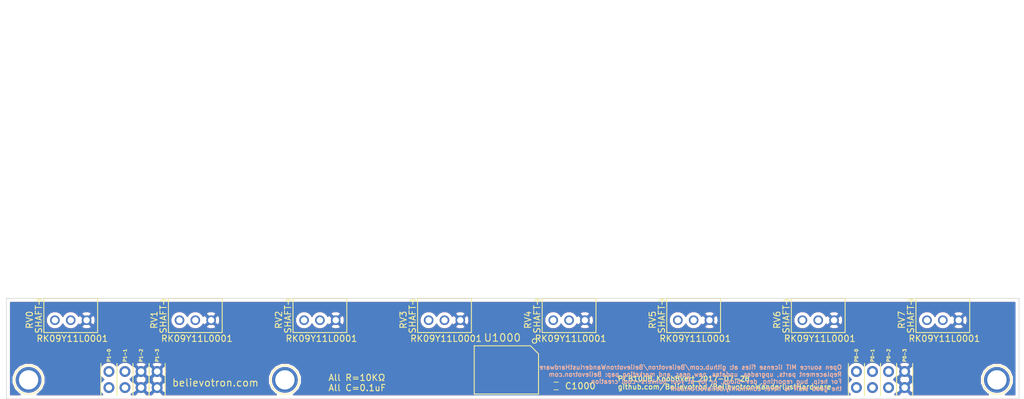
<source format=kicad_pcb>
(kicad_pcb (version 4) (host pcbnew 4.0.4-stable)

  (general
    (links 44)
    (no_connects 28)
    (area -0.050001 -15.925001 160.050001 0.050001)
    (thickness 1.6)
    (drawings 18)
    (tracks 0)
    (zones 0)
    (modules 24)
    (nets 15)
  )

  (page A4)
  (layers
    (0 F.Cu signal)
    (31 B.Cu signal)
    (32 B.Adhes user)
    (33 F.Adhes user)
    (34 B.Paste user)
    (35 F.Paste user)
    (36 B.SilkS user)
    (37 F.SilkS user)
    (38 B.Mask user)
    (39 F.Mask user)
    (40 Dwgs.User user hide)
    (41 Cmts.User user hide)
    (42 Eco1.User user hide)
    (43 Eco2.User user hide)
    (44 Edge.Cuts user)
    (45 Margin user hide)
    (46 B.CrtYd user hide)
    (47 F.CrtYd user hide)
    (48 B.Fab user hide)
    (49 F.Fab user hide)
  )

  (setup
    (last_trace_width 0.25)
    (trace_clearance 0.2)
    (zone_clearance 0.508)
    (zone_45_only no)
    (trace_min 0.2)
    (segment_width 0.2)
    (edge_width 0.1)
    (via_size 0.6)
    (via_drill 0.4)
    (via_min_size 0.4)
    (via_min_drill 0.3)
    (uvia_size 0.3)
    (uvia_drill 0.1)
    (uvias_allowed no)
    (uvia_min_size 0.2)
    (uvia_min_drill 0.1)
    (pcb_text_width 0.3)
    (pcb_text_size 1.5 1.5)
    (mod_edge_width 0.15)
    (mod_text_size 1 1)
    (mod_text_width 0.15)
    (pad_size 1.7272 1.7272)
    (pad_drill 1.016)
    (pad_to_mask_clearance 0)
    (aux_axis_origin 0 0)
    (visible_elements 7FFEFFFF)
    (pcbplotparams
      (layerselection 0x010fc_80000001)
      (usegerberextensions false)
      (excludeedgelayer true)
      (linewidth 0.100000)
      (plotframeref false)
      (viasonmask false)
      (mode 1)
      (useauxorigin false)
      (hpglpennumber 1)
      (hpglpenspeed 20)
      (hpglpendiameter 15)
      (hpglpenoverlay 2)
      (psnegative false)
      (psa4output false)
      (plotreference true)
      (plotvalue true)
      (plotinvisibletext false)
      (padsonsilk false)
      (subtractmaskfromsilk false)
      (outputformat 1)
      (mirror false)
      (drillshape 0)
      (scaleselection 1)
      (outputdirectory Output/PCB1005_2017-07-17_Gerbers/))
  )

  (net 0 "")
  (net 1 GND)
  (net 2 +3V3)
  (net 3 /P0)
  (net 4 /P1)
  (net 5 /P2)
  (net 6 /P3)
  (net 7 /P4)
  (net 8 /P5)
  (net 9 /P6)
  (net 10 /P7)
  (net 11 /SPI_CLK)
  (net 12 /SPI_MISO)
  (net 13 /SPI_MOSI)
  (net 14 /CS_0_7)

  (net_class Default "This is the default net class."
    (clearance 0.2)
    (trace_width 0.25)
    (via_dia 0.6)
    (via_drill 0.4)
    (uvia_dia 0.3)
    (uvia_drill 0.1)
    (add_net +3V3)
    (add_net /CS_0_7)
    (add_net /P0)
    (add_net /P1)
    (add_net /P2)
    (add_net /P3)
    (add_net /P4)
    (add_net /P5)
    (add_net /P6)
    (add_net /P7)
    (add_net /SPI_CLK)
    (add_net /SPI_MISO)
    (add_net /SPI_MOSI)
    (add_net GND)
  )

  (module Connect:1pin (layer F.Cu) (tedit 58896CB2) (tstamp 596D379B)
    (at 156.5 -3)
    (descr "module 1 pin (ou trou mecanique de percage)")
    (tags DEV)
    (fp_text reference REF** (at 0 -3.048) (layer F.SilkS) hide
      (effects (font (size 1 1) (thickness 0.15)))
    )
    (fp_text value 1pin (at 0 3) (layer F.Fab)
      (effects (font (size 1 1) (thickness 0.15)))
    )
    (fp_circle (center 0 0) (end 2 0.8) (layer F.Fab) (width 0.1))
    (fp_circle (center 0 0) (end 2.6 0) (layer F.CrtYd) (width 0.05))
    (fp_circle (center 0 0) (end 0 -2.286) (layer F.SilkS) (width 0.12))
    (pad 1 thru_hole circle (at 0 0) (size 4.064 4.064) (drill 3.048) (layers *.Cu *.Mask))
  )

  (module Connect:1pin (layer F.Cu) (tedit 58896CB2) (tstamp 596D377B)
    (at 44 -3)
    (descr "module 1 pin (ou trou mecanique de percage)")
    (tags DEV)
    (fp_text reference REF** (at 0 -3.048) (layer F.SilkS) hide
      (effects (font (size 1 1) (thickness 0.15)))
    )
    (fp_text value 1pin (at 0 3) (layer F.Fab)
      (effects (font (size 1 1) (thickness 0.15)))
    )
    (fp_circle (center 0 0) (end 2 0.8) (layer F.Fab) (width 0.1))
    (fp_circle (center 0 0) (end 2.6 0) (layer F.CrtYd) (width 0.05))
    (fp_circle (center 0 0) (end 0 -2.286) (layer F.SilkS) (width 0.12))
    (pad 1 thru_hole circle (at 0 0) (size 4.064 4.064) (drill 3.048) (layers *.Cu *.Mask))
  )

  (module Connect:1pin (layer F.Cu) (tedit 58896CB2) (tstamp 596D375A)
    (at 3.5 -3)
    (descr "module 1 pin (ou trou mecanique de percage)")
    (tags DEV)
    (fp_text reference REF** (at 0 -3.048) (layer F.SilkS) hide
      (effects (font (size 1 1) (thickness 0.15)))
    )
    (fp_text value 1pin (at 0 3) (layer F.Fab)
      (effects (font (size 1 1) (thickness 0.15)))
    )
    (fp_circle (center 0 0) (end 2 0.8) (layer F.Fab) (width 0.1))
    (fp_circle (center 0 0) (end 2.6 0) (layer F.CrtYd) (width 0.05))
    (fp_circle (center 0 0) (end 0 -2.286) (layer F.SilkS) (width 0.12))
    (pad 1 thru_hole circle (at 0 0) (size 4.064 4.064) (drill 3.048) (layers *.Cu *.Mask))
  )

  (module Liberry:SOIC-16 (layer F.Cu) (tedit 582E0477) (tstamp 582E11C5)
    (at 78.994 -4.572 180)
    (path /582E69F5)
    (fp_text reference U1000 (at 0.635 5.08 360) (layer F.SilkS)
      (effects (font (size 1.2 1.2) (thickness 0.15)))
    )
    (fp_text value MCP3008T-I/SL (at 0 0 180) (layer F.Fab)
      (effects (font (size 1.2 1.2) (thickness 0.15)))
    )
    (fp_circle (center -4.445 4.572) (end -4.191 4.318) (layer F.SilkS) (width 0.15))
    (fp_line (start 5.08 3.81) (end 5.08 -3.81) (layer F.SilkS) (width 0.15))
    (fp_line (start -3.81 3.81) (end 5.08 3.81) (layer F.SilkS) (width 0.15))
    (fp_line (start -5.08 2.54) (end -3.81 3.81) (layer F.SilkS) (width 0.15))
    (fp_line (start -5.08 -3.81) (end -5.08 2.54) (layer F.SilkS) (width 0.15))
    (fp_line (start 5.08 -3.81) (end -5.08 -3.81) (layer F.SilkS) (width 0.15))
    (pad 16 smd rect (at -4.445 -2.6 180) (size 0.6 1.5) (layers F.Cu F.Paste F.Mask)
      (net 2 +3V3))
    (pad 1 smd rect (at -4.445 2.6 180) (size 0.6 1.5) (layers F.Cu F.Paste F.Mask)
      (net 10 /P7))
    (pad 15 smd rect (at -3.175 -2.6 180) (size 0.6 1.5) (layers F.Cu F.Paste F.Mask)
      (net 2 +3V3))
    (pad 2 smd rect (at -3.175 2.6 180) (size 0.6 1.5) (layers F.Cu F.Paste F.Mask)
      (net 9 /P6))
    (pad 14 smd rect (at -1.905 -2.6 180) (size 0.6 1.5) (layers F.Cu F.Paste F.Mask)
      (net 1 GND))
    (pad 3 smd rect (at -1.905 2.6 180) (size 0.6 1.5) (layers F.Cu F.Paste F.Mask)
      (net 8 /P5))
    (pad 13 smd rect (at -0.635 -2.6 180) (size 0.6 1.5) (layers F.Cu F.Paste F.Mask)
      (net 11 /SPI_CLK))
    (pad 4 smd rect (at -0.635 2.6 180) (size 0.6 1.5) (layers F.Cu F.Paste F.Mask)
      (net 7 /P4))
    (pad 12 smd rect (at 0.635 -2.6 180) (size 0.6 1.5) (layers F.Cu F.Paste F.Mask)
      (net 12 /SPI_MISO))
    (pad 5 smd rect (at 0.635 2.6 180) (size 0.6 1.5) (layers F.Cu F.Paste F.Mask)
      (net 6 /P3))
    (pad 11 smd rect (at 1.905 -2.6 180) (size 0.6 1.5) (layers F.Cu F.Paste F.Mask)
      (net 13 /SPI_MOSI))
    (pad 6 smd rect (at 1.905 2.6 180) (size 0.6 1.5) (layers F.Cu F.Paste F.Mask)
      (net 5 /P2))
    (pad 10 smd rect (at 3.175 -2.6 180) (size 0.6 1.5) (layers F.Cu F.Paste F.Mask)
      (net 14 /CS_0_7))
    (pad 7 smd rect (at 3.175 2.6 180) (size 0.6 1.5) (layers F.Cu F.Paste F.Mask)
      (net 4 /P1))
    (pad 9 smd rect (at 4.445 -2.6 180) (size 0.6 1.5) (layers F.Cu F.Paste F.Mask)
      (net 1 GND))
    (pad 8 smd rect (at 4.445 2.6 180) (size 0.6 1.5) (layers F.Cu F.Paste F.Mask)
      (net 3 /P0))
  )

  (module Fiducials:Fiducial_1mm_Dia_2.54mm_Outer_CopperTop (layer F.Cu) (tedit 58896B7C) (tstamp 58899026)
    (at 68.58 -7.62)
    (descr "Circular Fiducial, 1mm bare copper top; 2.54mm keepout")
    (tags marker)
    (attr virtual)
    (fp_text reference REF** (at 3.4 0.7) (layer F.SilkS) hide
      (effects (font (size 1 1) (thickness 0.15)))
    )
    (fp_text value Fiducial_1mm_Dia_2.54mm_Outer_CopperTop (at 0 -1.8) (layer F.Fab)
      (effects (font (size 1 1) (thickness 0.15)))
    )
    (fp_circle (center 0 0) (end 1.55 0) (layer F.CrtYd) (width 0.05))
    (pad ~ smd circle (at 0 0) (size 1 1) (layers F.Cu F.Mask)
      (solder_mask_margin 0.77) (clearance 0.77))
  )

  (module Fiducials:Fiducial_1mm_Dia_2.54mm_Outer_CopperBottom (layer B.Cu) (tedit 58896CF4) (tstamp 58899043)
    (at 91.44 -7.62)
    (descr "Circular Fiducial, 1mm bare copper bottom; 2.54mm keepout")
    (tags marker)
    (attr virtual)
    (fp_text reference REF** (at 3.4 -0.7) (layer B.SilkS) hide
      (effects (font (size 1 1) (thickness 0.15)) (justify mirror))
    )
    (fp_text value Fiducial_1mm_Dia_2.54mm_Outer_CopperBottom (at 0 1.8) (layer B.Fab)
      (effects (font (size 1 1) (thickness 0.15)) (justify mirror))
    )
    (fp_circle (center 0 0) (end 1.55 0) (layer F.CrtYd) (width 0.05))
    (pad ~ smd circle (at 0 0) (size 1 1) (layers F.Cu F.Mask)
      (solder_mask_margin 0.77) (clearance 0.77))
  )

  (module Fiducials:Fiducial_1mm_Dia_2.54mm_Outer_CopperBottom (layer B.Cu) (tedit 58896CF4) (tstamp 591E2A6C)
    (at 68.58 -2.54)
    (descr "Circular Fiducial, 1mm bare copper bottom; 2.54mm keepout")
    (tags marker)
    (attr virtual)
    (fp_text reference REF** (at 3.4 -0.7) (layer B.SilkS) hide
      (effects (font (size 1 1) (thickness 0.15)) (justify mirror))
    )
    (fp_text value Fiducial_1mm_Dia_2.54mm_Outer_CopperBottom (at 0 1.8) (layer B.Fab)
      (effects (font (size 1 1) (thickness 0.15)) (justify mirror))
    )
    (fp_circle (center 0 0) (end 1.55 0) (layer F.CrtYd) (width 0.05))
    (pad ~ smd circle (at 0 0) (size 1 1) (layers F.Cu F.Mask)
      (solder_mask_margin 0.77) (clearance 0.77))
  )

  (module Capacitors_SMD:C_0603 (layer F.Cu) (tedit 58AA844E) (tstamp 596D3871)
    (at 86.856 -2.032)
    (descr "Capacitor SMD 0603, reflow soldering, AVX (see smccp.pdf)")
    (tags "capacitor 0603")
    (path /582E3E9F)
    (attr smd)
    (fp_text reference C1000 (at 3.822 0 180) (layer F.SilkS)
      (effects (font (size 1 1) (thickness 0.15)))
    )
    (fp_text value 0.1u (at 0 1.5) (layer F.Fab)
      (effects (font (size 1 1) (thickness 0.15)))
    )
    (fp_text user %R (at 0 -1.5) (layer F.Fab)
      (effects (font (size 1 1) (thickness 0.15)))
    )
    (fp_line (start -0.8 0.4) (end -0.8 -0.4) (layer F.Fab) (width 0.1))
    (fp_line (start 0.8 0.4) (end -0.8 0.4) (layer F.Fab) (width 0.1))
    (fp_line (start 0.8 -0.4) (end 0.8 0.4) (layer F.Fab) (width 0.1))
    (fp_line (start -0.8 -0.4) (end 0.8 -0.4) (layer F.Fab) (width 0.1))
    (fp_line (start -0.35 -0.6) (end 0.35 -0.6) (layer F.SilkS) (width 0.12))
    (fp_line (start 0.35 0.6) (end -0.35 0.6) (layer F.SilkS) (width 0.12))
    (fp_line (start -1.4 -0.65) (end 1.4 -0.65) (layer F.CrtYd) (width 0.05))
    (fp_line (start -1.4 -0.65) (end -1.4 0.65) (layer F.CrtYd) (width 0.05))
    (fp_line (start 1.4 0.65) (end 1.4 -0.65) (layer F.CrtYd) (width 0.05))
    (fp_line (start 1.4 0.65) (end -1.4 0.65) (layer F.CrtYd) (width 0.05))
    (pad 1 smd rect (at -0.75 0) (size 0.8 0.75) (layers F.Cu F.Paste F.Mask)
      (net 2 +3V3))
    (pad 2 smd rect (at 0.75 0) (size 0.8 0.75) (layers F.Cu F.Paste F.Mask)
      (net 1 GND))
    (model Capacitors_SMD.3dshapes/C_0603.wrl
      (at (xyz 0 0 0))
      (scale (xyz 1 1 1))
      (rotate (xyz 0 0 0))
    )
  )

  (module Liberry:TH_0.1_1x2_Jumper (layer F.Cu) (tedit 58684C64) (tstamp 597BAEA6)
    (at 134.3025 -4.32 270)
    (descr "10 pins through hole IDC header")
    (tags "IDC header socket VASCH")
    (path /597BF856)
    (fp_text reference P0-0 (at -2.54 0 270) (layer F.SilkS)
      (effects (font (size 0.5 0.5) (thickness 0.125)))
    )
    (fp_text value CONN_01X01 (at 0 2.54 270) (layer F.Fab)
      (effects (font (size 1 1) (thickness 0.15)))
    )
    (fp_line (start -1.27 1.27) (end 3.81 1.27) (layer F.SilkS) (width 0.15))
    (fp_line (start -1.27 -1.27) (end 3.81 -1.27) (layer F.SilkS) (width 0.15))
    (pad 1 thru_hole circle (at 0 0 270) (size 1.7272 1.7272) (drill 1.016) (layers *.Cu *.Mask)
      (net 11 /SPI_CLK))
    (pad 1 thru_hole circle (at 2.54 0 270) (size 1.7272 1.7272) (drill 1.016) (layers *.Cu *.Mask)
      (net 11 /SPI_CLK))
  )

  (module Liberry:TH_0.1_1x2_Jumper (layer F.Cu) (tedit 58684C64) (tstamp 597BAEAE)
    (at 136.8425 -4.32 270)
    (descr "10 pins through hole IDC header")
    (tags "IDC header socket VASCH")
    (path /597BF85D)
    (fp_text reference P0-1 (at -2.54 0 270) (layer F.SilkS)
      (effects (font (size 0.5 0.5) (thickness 0.125)))
    )
    (fp_text value CONN_01X01 (at 0 2.54 270) (layer F.Fab)
      (effects (font (size 1 1) (thickness 0.15)))
    )
    (fp_line (start -1.27 1.27) (end 3.81 1.27) (layer F.SilkS) (width 0.15))
    (fp_line (start -1.27 -1.27) (end 3.81 -1.27) (layer F.SilkS) (width 0.15))
    (pad 1 thru_hole circle (at 0 0 270) (size 1.7272 1.7272) (drill 1.016) (layers *.Cu *.Mask)
      (net 13 /SPI_MOSI))
    (pad 1 thru_hole circle (at 2.54 0 270) (size 1.7272 1.7272) (drill 1.016) (layers *.Cu *.Mask)
      (net 13 /SPI_MOSI))
  )

  (module Liberry:TH_0.1_1x2_Jumper (layer F.Cu) (tedit 58684C64) (tstamp 597BAEB6)
    (at 139.3825 -4.32 270)
    (descr "10 pins through hole IDC header")
    (tags "IDC header socket VASCH")
    (path /597BF864)
    (fp_text reference P0-2 (at -2.54 0 270) (layer F.SilkS)
      (effects (font (size 0.5 0.5) (thickness 0.125)))
    )
    (fp_text value CONN_01X01 (at 0 2.54 270) (layer F.Fab)
      (effects (font (size 1 1) (thickness 0.15)))
    )
    (fp_line (start -1.27 1.27) (end 3.81 1.27) (layer F.SilkS) (width 0.15))
    (fp_line (start -1.27 -1.27) (end 3.81 -1.27) (layer F.SilkS) (width 0.15))
    (pad 1 thru_hole circle (at 0 0 270) (size 1.7272 1.7272) (drill 1.016) (layers *.Cu *.Mask)
      (net 12 /SPI_MISO))
    (pad 1 thru_hole circle (at 2.54 0 270) (size 1.7272 1.7272) (drill 1.016) (layers *.Cu *.Mask)
      (net 12 /SPI_MISO))
  )

  (module Liberry:TH_0.1_1x2_Jumper (layer F.Cu) (tedit 58684C64) (tstamp 597BAEBE)
    (at 141.9225 -4.32 270)
    (descr "10 pins through hole IDC header")
    (tags "IDC header socket VASCH")
    (path /597BF86B)
    (fp_text reference P0-3 (at -2.54 0 270) (layer F.SilkS)
      (effects (font (size 0.5 0.5) (thickness 0.125)))
    )
    (fp_text value CONN_01X01 (at 0 2.54 270) (layer F.Fab)
      (effects (font (size 1 1) (thickness 0.15)))
    )
    (fp_line (start -1.27 1.27) (end 3.81 1.27) (layer F.SilkS) (width 0.15))
    (fp_line (start -1.27 -1.27) (end 3.81 -1.27) (layer F.SilkS) (width 0.15))
    (pad 1 thru_hole circle (at 0 0 270) (size 1.7272 1.7272) (drill 1.016) (layers *.Cu *.Mask)
      (net 1 GND))
    (pad 1 thru_hole circle (at 2.54 0 270) (size 1.7272 1.7272) (drill 1.016) (layers *.Cu *.Mask)
      (net 1 GND))
  )

  (module Liberry:TH_0.1_1x2_Jumper (layer F.Cu) (tedit 58684C64) (tstamp 597BAEC6)
    (at 16.1925 -4.32 270)
    (descr "10 pins through hole IDC header")
    (tags "IDC header socket VASCH")
    (path /597BE2D8)
    (fp_text reference P1-0 (at -2.54 0 270) (layer F.SilkS)
      (effects (font (size 0.5 0.5) (thickness 0.125)))
    )
    (fp_text value CONN_01X01 (at 0 2.54 270) (layer F.Fab)
      (effects (font (size 1 1) (thickness 0.15)))
    )
    (fp_line (start -1.27 1.27) (end 3.81 1.27) (layer F.SilkS) (width 0.15))
    (fp_line (start -1.27 -1.27) (end 3.81 -1.27) (layer F.SilkS) (width 0.15))
    (pad 1 thru_hole circle (at 0 0 270) (size 1.7272 1.7272) (drill 1.016) (layers *.Cu *.Mask)
      (net 2 +3V3))
    (pad 1 thru_hole circle (at 2.54 0 270) (size 1.7272 1.7272) (drill 1.016) (layers *.Cu *.Mask)
      (net 2 +3V3))
  )

  (module Liberry:TH_0.1_1x2_Jumper (layer F.Cu) (tedit 58684C64) (tstamp 597BAECE)
    (at 18.7325 -4.32 270)
    (descr "10 pins through hole IDC header")
    (tags "IDC header socket VASCH")
    (path /597BF147)
    (fp_text reference P1-1 (at -2.54 0 270) (layer F.SilkS)
      (effects (font (size 0.5 0.5) (thickness 0.125)))
    )
    (fp_text value CONN_01X01 (at 0 2.54 270) (layer F.Fab)
      (effects (font (size 1 1) (thickness 0.15)))
    )
    (fp_line (start -1.27 1.27) (end 3.81 1.27) (layer F.SilkS) (width 0.15))
    (fp_line (start -1.27 -1.27) (end 3.81 -1.27) (layer F.SilkS) (width 0.15))
    (pad 1 thru_hole circle (at 0 0 270) (size 1.7272 1.7272) (drill 1.016) (layers *.Cu *.Mask)
      (net 14 /CS_0_7))
    (pad 1 thru_hole circle (at 2.54 0 270) (size 1.7272 1.7272) (drill 1.016) (layers *.Cu *.Mask)
      (net 14 /CS_0_7))
  )

  (module Liberry:TH_0.1_1x2_Jumper (layer F.Cu) (tedit 58684C64) (tstamp 597BAED6)
    (at 21.2725 -4.32 270)
    (descr "10 pins through hole IDC header")
    (tags "IDC header socket VASCH")
    (path /597BF1CB)
    (fp_text reference P1-2 (at -2.54 0 270) (layer F.SilkS)
      (effects (font (size 0.5 0.5) (thickness 0.125)))
    )
    (fp_text value CONN_01X01 (at 0 2.54 270) (layer F.Fab)
      (effects (font (size 1 1) (thickness 0.15)))
    )
    (fp_line (start -1.27 1.27) (end 3.81 1.27) (layer F.SilkS) (width 0.15))
    (fp_line (start -1.27 -1.27) (end 3.81 -1.27) (layer F.SilkS) (width 0.15))
    (pad 1 thru_hole circle (at 0 0 270) (size 1.7272 1.7272) (drill 1.016) (layers *.Cu *.Mask)
      (net 1 GND))
    (pad 1 thru_hole circle (at 2.54 0 270) (size 1.7272 1.7272) (drill 1.016) (layers *.Cu *.Mask)
      (net 1 GND))
  )

  (module Liberry:TH_0.1_1x2_Jumper (layer F.Cu) (tedit 58684C64) (tstamp 597BAEDE)
    (at 23.8125 -4.32 270)
    (descr "10 pins through hole IDC header")
    (tags "IDC header socket VASCH")
    (path /597BF24A)
    (fp_text reference P1-3 (at -2.54 0 270) (layer F.SilkS)
      (effects (font (size 0.5 0.5) (thickness 0.125)))
    )
    (fp_text value CONN_01X01 (at 0 2.54 270) (layer F.Fab)
      (effects (font (size 1 1) (thickness 0.15)))
    )
    (fp_line (start -1.27 1.27) (end 3.81 1.27) (layer F.SilkS) (width 0.15))
    (fp_line (start -1.27 -1.27) (end 3.81 -1.27) (layer F.SilkS) (width 0.15))
    (pad 1 thru_hole circle (at 0 0 270) (size 1.7272 1.7272) (drill 1.016) (layers *.Cu *.Mask)
      (net 1 GND))
    (pad 1 thru_hole circle (at 2.54 0 270) (size 1.7272 1.7272) (drill 1.016) (layers *.Cu *.Mask)
      (net 1 GND))
  )

  (module Liberry:POT_ALPS_RK09Y11L0001 (layer F.Cu) (tedit 597A6CB3) (tstamp 582E1168)
    (at 88.9 -12.425)
    (path /582E6659)
    (fp_text reference RV4 (at -6.5 -0.05 90) (layer F.SilkS)
      (effects (font (size 1 1) (thickness 0.15)))
    )
    (fp_text value POT (at -0.05 4.5) (layer F.Fab)
      (effects (font (size 1 1) (thickness 0.15)))
    )
    (fp_line (start -5 -3.45) (end -4.5 -3) (layer F.SilkS) (width 0.15))
    (fp_line (start -5 -3.45) (end -5.5 -3) (layer F.SilkS) (width 0.15))
    (fp_line (start -5 -2.5) (end -5 -3.45) (layer F.SilkS) (width 0.15))
    (fp_text user SHAFT (at -5.05 -0.15 90) (layer F.SilkS)
      (effects (font (size 1 1) (thickness 0.15)))
    )
    (fp_line (start -4.25 -3.45) (end -4.25 1.95) (layer F.SilkS) (width 0.15))
    (fp_line (start 4.25 1.95) (end -4.25 1.95) (layer F.SilkS) (width 0.15))
    (fp_line (start 4.25 -3.45) (end 4.25 1.95) (layer F.SilkS) (width 0.15))
    (fp_line (start -4.25 -3.45) (end 4.25 -3.45) (layer F.SilkS) (width 0.15))
    (fp_text user RK09Y11L0001 (at 0.25 2.9) (layer F.SilkS)
      (effects (font (size 1 1) (thickness 0.15)))
    )
    (pad 2 thru_hole circle (at 0 0) (size 1.524 1.524) (drill 1) (layers *.Cu *.Mask)
      (net 7 /P4))
    (pad 3 thru_hole circle (at 2.5 0) (size 1.524 1.524) (drill 1) (layers *.Cu *.Mask)
      (net 1 GND))
    (pad 1 thru_hole circle (at -2.5 0) (size 1.524 1.524) (drill 1) (layers *.Cu *.Mask)
      (net 2 +3V3))
    (model ../../../../../../Users/danie/Documents/WIP/Believotron/Believotron-Github/BelievotronWanderlustHardware/Liberry.pretty/3D_Files/RK09Y11L0001.wrl
      (at (xyz 0 0.07000000000000001 0.255906))
      (scale (xyz 0.4 0.4 0.4))
      (rotate (xyz -90 0 180))
    )
  )

  (module Liberry:POT_ALPS_RK09Y11L0001 (layer F.Cu) (tedit 597A6CB3) (tstamp 582E11A1)
    (at 147.955 -12.425)
    (path /582E66A1)
    (fp_text reference RV7 (at -6.5 -0.05 90) (layer F.SilkS)
      (effects (font (size 1 1) (thickness 0.15)))
    )
    (fp_text value POT (at -0.05 4.5) (layer F.Fab)
      (effects (font (size 1 1) (thickness 0.15)))
    )
    (fp_line (start -5 -3.45) (end -4.5 -3) (layer F.SilkS) (width 0.15))
    (fp_line (start -5 -3.45) (end -5.5 -3) (layer F.SilkS) (width 0.15))
    (fp_line (start -5 -2.5) (end -5 -3.45) (layer F.SilkS) (width 0.15))
    (fp_text user SHAFT (at -5.05 -0.15 90) (layer F.SilkS)
      (effects (font (size 1 1) (thickness 0.15)))
    )
    (fp_line (start -4.25 -3.45) (end -4.25 1.95) (layer F.SilkS) (width 0.15))
    (fp_line (start 4.25 1.95) (end -4.25 1.95) (layer F.SilkS) (width 0.15))
    (fp_line (start 4.25 -3.45) (end 4.25 1.95) (layer F.SilkS) (width 0.15))
    (fp_line (start -4.25 -3.45) (end 4.25 -3.45) (layer F.SilkS) (width 0.15))
    (fp_text user RK09Y11L0001 (at 0.25 2.9) (layer F.SilkS)
      (effects (font (size 1 1) (thickness 0.15)))
    )
    (pad 2 thru_hole circle (at 0 0) (size 1.524 1.524) (drill 1) (layers *.Cu *.Mask)
      (net 10 /P7))
    (pad 3 thru_hole circle (at 2.5 0) (size 1.524 1.524) (drill 1) (layers *.Cu *.Mask)
      (net 1 GND))
    (pad 1 thru_hole circle (at -2.5 0) (size 1.524 1.524) (drill 1) (layers *.Cu *.Mask)
      (net 2 +3V3))
    (model ../../../../../../Users/danie/Documents/WIP/Believotron/Believotron-Github/BelievotronWanderlustHardware/Liberry.pretty/3D_Files/RK09Y11L0001.wrl
      (at (xyz 0 0.07000000000000001 0.255906))
      (scale (xyz 0.4 0.4 0.4))
      (rotate (xyz -90 0 180))
    )
  )

  (module Liberry:POT_ALPS_RK09Y11L0001 (layer F.Cu) (tedit 597A6CB3) (tstamp 582E111C)
    (at 10.16 -12.425)
    (path /582E5E9A)
    (fp_text reference RV0 (at -6.5 -0.05 90) (layer F.SilkS)
      (effects (font (size 1 1) (thickness 0.15)))
    )
    (fp_text value POT (at -0.05 4.5) (layer F.Fab)
      (effects (font (size 1 1) (thickness 0.15)))
    )
    (fp_line (start -5 -3.45) (end -4.5 -3) (layer F.SilkS) (width 0.15))
    (fp_line (start -5 -3.45) (end -5.5 -3) (layer F.SilkS) (width 0.15))
    (fp_line (start -5 -2.5) (end -5 -3.45) (layer F.SilkS) (width 0.15))
    (fp_text user SHAFT (at -5.05 -0.15 90) (layer F.SilkS)
      (effects (font (size 1 1) (thickness 0.15)))
    )
    (fp_line (start -4.25 -3.45) (end -4.25 1.95) (layer F.SilkS) (width 0.15))
    (fp_line (start 4.25 1.95) (end -4.25 1.95) (layer F.SilkS) (width 0.15))
    (fp_line (start 4.25 -3.45) (end 4.25 1.95) (layer F.SilkS) (width 0.15))
    (fp_line (start -4.25 -3.45) (end 4.25 -3.45) (layer F.SilkS) (width 0.15))
    (fp_text user RK09Y11L0001 (at 0.25 2.9) (layer F.SilkS)
      (effects (font (size 1 1) (thickness 0.15)))
    )
    (pad 2 thru_hole circle (at 0 0) (size 1.524 1.524) (drill 1) (layers *.Cu *.Mask)
      (net 3 /P0))
    (pad 3 thru_hole circle (at 2.5 0) (size 1.524 1.524) (drill 1) (layers *.Cu *.Mask)
      (net 1 GND))
    (pad 1 thru_hole circle (at -2.5 0) (size 1.524 1.524) (drill 1) (layers *.Cu *.Mask)
      (net 2 +3V3))
    (model ../../../../../../Users/danie/Documents/WIP/Believotron/Believotron-Github/BelievotronWanderlustHardware/Liberry.pretty/3D_Files/RK09Y11L0001.wrl
      (at (xyz 0 0.07000000000000001 0.255906))
      (scale (xyz 0.4 0.4 0.4))
      (rotate (xyz -90 0 180))
    )
  )

  (module Liberry:POT_ALPS_RK09Y11L0001 (layer F.Cu) (tedit 597A6CB3) (tstamp 582E1155)
    (at 69.215 -12.425)
    (path /582E633F)
    (fp_text reference RV3 (at -6.5 -0.05 90) (layer F.SilkS)
      (effects (font (size 1 1) (thickness 0.15)))
    )
    (fp_text value POT (at -0.05 4.5) (layer F.Fab)
      (effects (font (size 1 1) (thickness 0.15)))
    )
    (fp_line (start -5 -3.45) (end -4.5 -3) (layer F.SilkS) (width 0.15))
    (fp_line (start -5 -3.45) (end -5.5 -3) (layer F.SilkS) (width 0.15))
    (fp_line (start -5 -2.5) (end -5 -3.45) (layer F.SilkS) (width 0.15))
    (fp_text user SHAFT (at -5.05 -0.15 90) (layer F.SilkS)
      (effects (font (size 1 1) (thickness 0.15)))
    )
    (fp_line (start -4.25 -3.45) (end -4.25 1.95) (layer F.SilkS) (width 0.15))
    (fp_line (start 4.25 1.95) (end -4.25 1.95) (layer F.SilkS) (width 0.15))
    (fp_line (start 4.25 -3.45) (end 4.25 1.95) (layer F.SilkS) (width 0.15))
    (fp_line (start -4.25 -3.45) (end 4.25 -3.45) (layer F.SilkS) (width 0.15))
    (fp_text user RK09Y11L0001 (at 0.25 2.9) (layer F.SilkS)
      (effects (font (size 1 1) (thickness 0.15)))
    )
    (pad 2 thru_hole circle (at 0 0) (size 1.524 1.524) (drill 1) (layers *.Cu *.Mask)
      (net 6 /P3))
    (pad 3 thru_hole circle (at 2.5 0) (size 1.524 1.524) (drill 1) (layers *.Cu *.Mask)
      (net 1 GND))
    (pad 1 thru_hole circle (at -2.5 0) (size 1.524 1.524) (drill 1) (layers *.Cu *.Mask)
      (net 2 +3V3))
    (model ../../../../../../Users/danie/Documents/WIP/Believotron/Believotron-Github/BelievotronWanderlustHardware/Liberry.pretty/3D_Files/RK09Y11L0001.wrl
      (at (xyz 0 0.07000000000000001 0.255906))
      (scale (xyz 0.4 0.4 0.4))
      (rotate (xyz -90 0 180))
    )
  )

  (module Liberry:POT_ALPS_RK09Y11L0001 (layer F.Cu) (tedit 597A6CB3) (tstamp 582E118E)
    (at 128.27 -12.425)
    (path /582E6689)
    (fp_text reference RV6 (at -6.5 -0.05 90) (layer F.SilkS)
      (effects (font (size 1 1) (thickness 0.15)))
    )
    (fp_text value POT (at -0.05 4.5) (layer F.Fab)
      (effects (font (size 1 1) (thickness 0.15)))
    )
    (fp_line (start -5 -3.45) (end -4.5 -3) (layer F.SilkS) (width 0.15))
    (fp_line (start -5 -3.45) (end -5.5 -3) (layer F.SilkS) (width 0.15))
    (fp_line (start -5 -2.5) (end -5 -3.45) (layer F.SilkS) (width 0.15))
    (fp_text user SHAFT (at -5.05 -0.15 90) (layer F.SilkS)
      (effects (font (size 1 1) (thickness 0.15)))
    )
    (fp_line (start -4.25 -3.45) (end -4.25 1.95) (layer F.SilkS) (width 0.15))
    (fp_line (start 4.25 1.95) (end -4.25 1.95) (layer F.SilkS) (width 0.15))
    (fp_line (start 4.25 -3.45) (end 4.25 1.95) (layer F.SilkS) (width 0.15))
    (fp_line (start -4.25 -3.45) (end 4.25 -3.45) (layer F.SilkS) (width 0.15))
    (fp_text user RK09Y11L0001 (at 0.25 2.9) (layer F.SilkS)
      (effects (font (size 1 1) (thickness 0.15)))
    )
    (pad 2 thru_hole circle (at 0 0) (size 1.524 1.524) (drill 1) (layers *.Cu *.Mask)
      (net 9 /P6))
    (pad 3 thru_hole circle (at 2.5 0) (size 1.524 1.524) (drill 1) (layers *.Cu *.Mask)
      (net 1 GND))
    (pad 1 thru_hole circle (at -2.5 0) (size 1.524 1.524) (drill 1) (layers *.Cu *.Mask)
      (net 2 +3V3))
    (model ../../../../../../Users/danie/Documents/WIP/Believotron/Believotron-Github/BelievotronWanderlustHardware/Liberry.pretty/3D_Files/RK09Y11L0001.wrl
      (at (xyz 0 0.07000000000000001 0.255906))
      (scale (xyz 0.4 0.4 0.4))
      (rotate (xyz -90 0 180))
    )
  )

  (module Liberry:POT_ALPS_RK09Y11L0001 (layer F.Cu) (tedit 597A6CB3) (tstamp 582E112F)
    (at 29.845 -12.425)
    (path /582E62D2)
    (fp_text reference RV1 (at -6.5 -0.05 90) (layer F.SilkS)
      (effects (font (size 1 1) (thickness 0.15)))
    )
    (fp_text value POT (at -0.05 4.5) (layer F.Fab)
      (effects (font (size 1 1) (thickness 0.15)))
    )
    (fp_line (start -5 -3.45) (end -4.5 -3) (layer F.SilkS) (width 0.15))
    (fp_line (start -5 -3.45) (end -5.5 -3) (layer F.SilkS) (width 0.15))
    (fp_line (start -5 -2.5) (end -5 -3.45) (layer F.SilkS) (width 0.15))
    (fp_text user SHAFT (at -5.05 -0.15 90) (layer F.SilkS)
      (effects (font (size 1 1) (thickness 0.15)))
    )
    (fp_line (start -4.25 -3.45) (end -4.25 1.95) (layer F.SilkS) (width 0.15))
    (fp_line (start 4.25 1.95) (end -4.25 1.95) (layer F.SilkS) (width 0.15))
    (fp_line (start 4.25 -3.45) (end 4.25 1.95) (layer F.SilkS) (width 0.15))
    (fp_line (start -4.25 -3.45) (end 4.25 -3.45) (layer F.SilkS) (width 0.15))
    (fp_text user RK09Y11L0001 (at 0.25 2.9) (layer F.SilkS)
      (effects (font (size 1 1) (thickness 0.15)))
    )
    (pad 2 thru_hole circle (at 0 0) (size 1.524 1.524) (drill 1) (layers *.Cu *.Mask)
      (net 4 /P1))
    (pad 3 thru_hole circle (at 2.5 0) (size 1.524 1.524) (drill 1) (layers *.Cu *.Mask)
      (net 1 GND))
    (pad 1 thru_hole circle (at -2.5 0) (size 1.524 1.524) (drill 1) (layers *.Cu *.Mask)
      (net 2 +3V3))
    (model ../../../../../../Users/danie/Documents/WIP/Believotron/Believotron-Github/BelievotronWanderlustHardware/Liberry.pretty/3D_Files/RK09Y11L0001.wrl
      (at (xyz 0 0.07000000000000001 0.255906))
      (scale (xyz 0.4 0.4 0.4))
      (rotate (xyz -90 0 180))
    )
  )

  (module Liberry:POT_ALPS_RK09Y11L0001 (layer F.Cu) (tedit 597A6CB3) (tstamp 582E1142)
    (at 49.53 -12.425)
    (path /582E6327)
    (fp_text reference RV2 (at -6.5 -0.05 90) (layer F.SilkS)
      (effects (font (size 1 1) (thickness 0.15)))
    )
    (fp_text value POT (at -0.05 4.5) (layer F.Fab)
      (effects (font (size 1 1) (thickness 0.15)))
    )
    (fp_line (start -5 -3.45) (end -4.5 -3) (layer F.SilkS) (width 0.15))
    (fp_line (start -5 -3.45) (end -5.5 -3) (layer F.SilkS) (width 0.15))
    (fp_line (start -5 -2.5) (end -5 -3.45) (layer F.SilkS) (width 0.15))
    (fp_text user SHAFT (at -5.05 -0.15 90) (layer F.SilkS)
      (effects (font (size 1 1) (thickness 0.15)))
    )
    (fp_line (start -4.25 -3.45) (end -4.25 1.95) (layer F.SilkS) (width 0.15))
    (fp_line (start 4.25 1.95) (end -4.25 1.95) (layer F.SilkS) (width 0.15))
    (fp_line (start 4.25 -3.45) (end 4.25 1.95) (layer F.SilkS) (width 0.15))
    (fp_line (start -4.25 -3.45) (end 4.25 -3.45) (layer F.SilkS) (width 0.15))
    (fp_text user RK09Y11L0001 (at 0.25 2.9) (layer F.SilkS)
      (effects (font (size 1 1) (thickness 0.15)))
    )
    (pad 2 thru_hole circle (at 0 0) (size 1.524 1.524) (drill 1) (layers *.Cu *.Mask)
      (net 5 /P2))
    (pad 3 thru_hole circle (at 2.5 0) (size 1.524 1.524) (drill 1) (layers *.Cu *.Mask)
      (net 1 GND))
    (pad 1 thru_hole circle (at -2.5 0) (size 1.524 1.524) (drill 1) (layers *.Cu *.Mask)
      (net 2 +3V3))
    (model ../../../../../../Users/danie/Documents/WIP/Believotron/Believotron-Github/BelievotronWanderlustHardware/Liberry.pretty/3D_Files/RK09Y11L0001.wrl
      (at (xyz 0 0.07000000000000001 0.255906))
      (scale (xyz 0.4 0.4 0.4))
      (rotate (xyz -90 0 180))
    )
  )

  (module Liberry:POT_ALPS_RK09Y11L0001 (layer F.Cu) (tedit 597A6CB3) (tstamp 582E117B)
    (at 108.585 -12.425)
    (path /582E6671)
    (fp_text reference RV5 (at -6.5 -0.05 90) (layer F.SilkS)
      (effects (font (size 1 1) (thickness 0.15)))
    )
    (fp_text value POT (at -0.05 4.5) (layer F.Fab)
      (effects (font (size 1 1) (thickness 0.15)))
    )
    (fp_line (start -5 -3.45) (end -4.5 -3) (layer F.SilkS) (width 0.15))
    (fp_line (start -5 -3.45) (end -5.5 -3) (layer F.SilkS) (width 0.15))
    (fp_line (start -5 -2.5) (end -5 -3.45) (layer F.SilkS) (width 0.15))
    (fp_text user SHAFT (at -5.05 -0.15 90) (layer F.SilkS)
      (effects (font (size 1 1) (thickness 0.15)))
    )
    (fp_line (start -4.25 -3.45) (end -4.25 1.95) (layer F.SilkS) (width 0.15))
    (fp_line (start 4.25 1.95) (end -4.25 1.95) (layer F.SilkS) (width 0.15))
    (fp_line (start 4.25 -3.45) (end 4.25 1.95) (layer F.SilkS) (width 0.15))
    (fp_line (start -4.25 -3.45) (end 4.25 -3.45) (layer F.SilkS) (width 0.15))
    (fp_text user RK09Y11L0001 (at 0.25 2.9) (layer F.SilkS)
      (effects (font (size 1 1) (thickness 0.15)))
    )
    (pad 2 thru_hole circle (at 0 0) (size 1.524 1.524) (drill 1) (layers *.Cu *.Mask)
      (net 8 /P5))
    (pad 3 thru_hole circle (at 2.5 0) (size 1.524 1.524) (drill 1) (layers *.Cu *.Mask)
      (net 1 GND))
    (pad 1 thru_hole circle (at -2.5 0) (size 1.524 1.524) (drill 1) (layers *.Cu *.Mask)
      (net 2 +3V3))
    (model ../../../../../../Users/danie/Documents/WIP/Believotron/Believotron-Github/BelievotronWanderlustHardware/Liberry.pretty/3D_Files/RK09Y11L0001.wrl
      (at (xyz 0 0.07000000000000001 0.255906))
      (scale (xyz 0.4 0.4 0.4))
      (rotate (xyz -90 0 180))
    )
  )

  (gr_text "All R=10KΩ\nAll C=0.1uF" (at 50.8 -2.54 360) (layer F.SilkS) (tstamp 593850A5)
    (effects (font (size 1 1) (thickness 0.15)) (justify left))
  )
  (gr_text "Open source MIT license files at: github.com/Believotron/BelievotronWanderlustHardware\nReplacement parts, upgrades, updates, new gear, and marketing pap: Believotron.com\nFor help, bug reporting, dev-blogs, or joy at your bonkers-cool creation, \nthe good stuff is here: community.believotron.com\n" (at 132.08 -3.302) (layer B.SilkS) (tstamp 58DE8AEA)
    (effects (font (size 0.7 0.7) (thickness 0.15)) (justify left mirror))
  )
  (gr_text believotron.com (at 33.02 -2.54 360) (layer F.SilkS) (tstamp 588158CF)
    (effects (font (size 1.15 1.15) (thickness 0.15)))
  )
  (gr_text "PCB1008_Knob8Vert_2017-07-28 \ngithub.com/Believotron/BelievotronWanderlustHardware\n" (at 96.52 -2.54) (layer F.SilkS)
    (effects (font (size 0.8 0.8) (thickness 0.15)) (justify left))
  )
  (gr_line (start 185.76 -32.1253) (end 25.76 -32.1253) (layer Dwgs.User) (width 0.2))
  (gr_line (start 25.76 -0.0001) (end 25.76 -32.1253) (layer Dwgs.User) (width 0.2))
  (gr_line (start 45.76 -32.1253) (end 45.76 -0.0001) (layer Dwgs.User) (width 0.2))
  (gr_line (start 65.76 -32.1253) (end 65.76 -0.0001) (layer Dwgs.User) (width 0.2))
  (gr_line (start 85.76 -0.0001) (end 85.76 -32.1253) (layer Dwgs.User) (width 0.2))
  (gr_line (start 105.76 -32.1253) (end 105.76 -0.0001) (layer Dwgs.User) (width 0.2))
  (gr_line (start 125.76 -0.0001) (end 125.76 -32.1253) (layer Dwgs.User) (width 0.2))
  (gr_line (start 145.76 -0.0001) (end 145.76 -32.1253) (layer Dwgs.User) (width 0.2))
  (gr_line (start 165.76 -0.0001) (end 165.76 -32.1253) (layer Dwgs.User) (width 0.2))
  (gr_line (start 185.76 -32.25) (end 185.76 0) (layer Dwgs.User) (width 0.2))
  (gr_line (start 160 0) (end 160 -15.875) (layer Edge.Cuts) (width 0.1))
  (gr_line (start 0 -15.875) (end 160 -15.875) (layer Edge.Cuts) (width 0.1))
  (gr_line (start 0 0) (end 0 -15.875) (layer Edge.Cuts) (width 0.1))
  (gr_line (start 0 0) (end 160 0) (layer Edge.Cuts) (width 0.1))

  (zone (net 1) (net_name GND) (layer F.Cu) (tstamp 0) (hatch edge 0.508)
    (connect_pads (clearance 0.508))
    (min_thickness 0.254)
    (fill yes (arc_segments 16) (thermal_gap 0.508) (thermal_bridge_width 0.508))
    (polygon
      (pts
        (xy 0 -63.02) (xy -1.016 0) (xy 160.782 0) (xy 160.02 -62.385)
      )
    )
    (filled_polygon
      (pts
        (xy 159.315 -0.685) (xy 157.881195 -0.685) (xy 158.008761 -0.737709) (xy 158.759655 -1.487293) (xy 159.166536 -2.467173)
        (xy 159.167462 -3.528172) (xy 158.762291 -4.508761) (xy 158.012707 -5.259655) (xy 157.032827 -5.666536) (xy 155.971828 -5.667462)
        (xy 154.991239 -5.262291) (xy 154.240345 -4.512707) (xy 153.833464 -3.532827) (xy 153.832538 -2.471828) (xy 154.237709 -1.491239)
        (xy 154.987293 -0.740345) (xy 155.120579 -0.685) (xy 142.783343 -0.685) (xy 142.7967 -0.726195) (xy 141.9225 -1.600395)
        (xy 141.0483 -0.726195) (xy 141.061657 -0.685) (xy 140.406779 -0.685) (xy 140.65221 -0.930003) (xy 140.669041 -0.970537)
        (xy 140.868695 -0.9058) (xy 141.742895 -1.78) (xy 142.102105 -1.78) (xy 142.976305 -0.9058) (xy 143.229016 -0.987741)
        (xy 143.432748 -1.54803) (xy 143.406558 -2.143635) (xy 143.229016 -2.572259) (xy 142.976305 -2.6542) (xy 142.102105 -1.78)
        (xy 141.742895 -1.78) (xy 140.868695 -2.6542) (xy 140.669467 -2.589601) (xy 140.653692 -2.62778) (xy 140.232497 -3.04971)
        (xy 140.231569 -3.050095) (xy 140.448046 -3.266195) (xy 141.0483 -3.266195) (xy 141.118401 -3.05) (xy 141.0483 -2.833805)
        (xy 141.9225 -1.959605) (xy 142.7967 -2.833805) (xy 142.726599 -3.05) (xy 142.7967 -3.266195) (xy 141.9225 -4.140395)
        (xy 141.0483 -3.266195) (xy 140.448046 -3.266195) (xy 140.65221 -3.470003) (xy 140.669041 -3.510537) (xy 140.868695 -3.4458)
        (xy 141.742895 -4.32) (xy 142.102105 -4.32) (xy 142.976305 -3.4458) (xy 143.229016 -3.527741) (xy 143.432748 -4.08803)
        (xy 143.406558 -4.683635) (xy 143.229016 -5.112259) (xy 142.976305 -5.1942) (xy 142.102105 -4.32) (xy 141.742895 -4.32)
        (xy 140.868695 -5.1942) (xy 140.669467 -5.129601) (xy 140.653692 -5.16778) (xy 140.448026 -5.373805) (xy 141.0483 -5.373805)
        (xy 141.9225 -4.499605) (xy 142.7967 -5.373805) (xy 142.714759 -5.626516) (xy 142.15447 -5.830248) (xy 141.558865 -5.804058)
        (xy 141.130241 -5.626516) (xy 141.0483 -5.373805) (xy 140.448026 -5.373805) (xy 140.232497 -5.58971) (xy 139.681898 -5.818339)
        (xy 139.085718 -5.818859) (xy 138.53472 -5.591192) (xy 138.11279 -5.169997) (xy 138.112405 -5.169069) (xy 137.692497 -5.58971)
        (xy 137.141898 -5.818339) (xy 136.545718 -5.818859) (xy 135.99472 -5.591192) (xy 135.57279 -5.169997) (xy 135.572405 -5.169069)
        (xy 135.152497 -5.58971) (xy 134.601898 -5.818339) (xy 134.005718 -5.818859) (xy 133.45472 -5.591192) (xy 133.03279 -5.169997)
        (xy 132.804161 -4.619398) (xy 132.803641 -4.023218) (xy 133.031308 -3.47222) (xy 133.452503 -3.05029) (xy 133.453431 -3.049905)
        (xy 133.03279 -2.629997) (xy 132.804161 -2.079398) (xy 132.803641 -1.483218) (xy 133.031308 -0.93222) (xy 133.278097 -0.685)
        (xy 84.077136 -0.685) (xy 84.190441 -0.75791) (xy 84.335431 -0.97011) (xy 84.38644 -1.222) (xy 84.38644 -2.407)
        (xy 85.05856 -2.407) (xy 85.05856 -1.657) (xy 85.102838 -1.421683) (xy 85.24191 -1.205559) (xy 85.45411 -1.060569)
        (xy 85.706 -1.00956) (xy 86.506 -1.00956) (xy 86.741317 -1.053838) (xy 86.844646 -1.120329) (xy 86.846302 -1.118673)
        (xy 87.079691 -1.022) (xy 87.32025 -1.022) (xy 87.479 -1.18075) (xy 87.479 -1.905) (xy 87.733 -1.905)
        (xy 87.733 -1.18075) (xy 87.89175 -1.022) (xy 88.132309 -1.022) (xy 88.365698 -1.118673) (xy 88.544327 -1.297301)
        (xy 88.641 -1.53069) (xy 88.641 -1.74625) (xy 88.48225 -1.905) (xy 87.733 -1.905) (xy 87.479 -1.905)
        (xy 87.459 -1.905) (xy 87.459 -2.159) (xy 87.479 -2.159) (xy 87.479 -2.88325) (xy 87.733 -2.88325)
        (xy 87.733 -2.159) (xy 88.48225 -2.159) (xy 88.641 -2.31775) (xy 88.641 -2.53331) (xy 88.544327 -2.766699)
        (xy 88.365698 -2.945327) (xy 88.132309 -3.042) (xy 87.89175 -3.042) (xy 87.733 -2.88325) (xy 87.479 -2.88325)
        (xy 87.32025 -3.042) (xy 87.079691 -3.042) (xy 86.846302 -2.945327) (xy 86.844932 -2.943957) (xy 86.75789 -3.003431)
        (xy 86.506 -3.05444) (xy 85.706 -3.05444) (xy 85.470683 -3.010162) (xy 85.254559 -2.87109) (xy 85.109569 -2.65889)
        (xy 85.05856 -2.407) (xy 84.38644 -2.407) (xy 84.38644 -2.722) (xy 84.342162 -2.957317) (xy 84.20309 -3.173441)
        (xy 83.99089 -3.318431) (xy 83.739 -3.36944) (xy 83.139 -3.36944) (xy 82.903683 -3.325162) (xy 82.804472 -3.261322)
        (xy 82.72089 -3.318431) (xy 82.469 -3.36944) (xy 81.869 -3.36944) (xy 81.633683 -3.325162) (xy 81.543019 -3.266821)
        (xy 81.325309 -3.357) (xy 81.18475 -3.357) (xy 81.026 -3.19825) (xy 81.026 -2.099) (xy 81.046 -2.099)
        (xy 81.046 -1.845) (xy 81.026 -1.845) (xy 81.026 -1.825) (xy 80.772 -1.825) (xy 80.772 -1.845)
        (xy 80.752 -1.845) (xy 80.752 -2.099) (xy 80.772 -2.099) (xy 80.772 -3.19825) (xy 80.61325 -3.357)
        (xy 80.472691 -3.357) (xy 80.255879 -3.267193) (xy 80.18089 -3.318431) (xy 79.929 -3.36944) (xy 79.329 -3.36944)
        (xy 79.093683 -3.325162) (xy 78.994472 -3.261322) (xy 78.91089 -3.318431) (xy 78.659 -3.36944) (xy 78.059 -3.36944)
        (xy 77.823683 -3.325162) (xy 77.724472 -3.261322) (xy 77.64089 -3.318431) (xy 77.389 -3.36944) (xy 76.789 -3.36944)
        (xy 76.553683 -3.325162) (xy 76.454472 -3.261322) (xy 76.37089 -3.318431) (xy 76.119 -3.36944) (xy 75.519 -3.36944)
        (xy 75.283683 -3.325162) (xy 75.193019 -3.266821) (xy 74.975309 -3.357) (xy 74.83475 -3.357) (xy 74.676 -3.19825)
        (xy 74.676 -2.099) (xy 74.696 -2.099) (xy 74.696 -1.845) (xy 74.676 -1.845) (xy 74.676 -1.825)
        (xy 74.422 -1.825) (xy 74.422 -1.845) (xy 73.77275 -1.845) (xy 73.614 -1.68625) (xy 73.614 -1.09569)
        (xy 73.710673 -0.862301) (xy 73.887975 -0.685) (xy 45.381195 -0.685) (xy 45.508761 -0.737709) (xy 46.259655 -1.487293)
        (xy 46.581896 -2.263339) (xy 67.182758 -2.263339) (xy 67.39499 -1.749697) (xy 67.78763 -1.356371) (xy 68.3009 -1.143243)
        (xy 68.856661 -1.142758) (xy 69.370303 -1.35499) (xy 69.763629 -1.74763) (xy 69.976757 -2.2609) (xy 69.977242 -2.816661)
        (xy 69.964165 -2.84831) (xy 73.614 -2.84831) (xy 73.614 -2.25775) (xy 73.77275 -2.099) (xy 74.422 -2.099)
        (xy 74.422 -3.19825) (xy 74.26325 -3.357) (xy 74.122691 -3.357) (xy 73.889302 -3.260327) (xy 73.710673 -3.081699)
        (xy 73.614 -2.84831) (xy 69.964165 -2.84831) (xy 69.76501 -3.330303) (xy 69.37237 -3.723629) (xy 68.8591 -3.936757)
        (xy 68.303339 -3.937242) (xy 67.789697 -3.72501) (xy 67.396371 -3.33237) (xy 67.183243 -2.8191) (xy 67.182758 -2.263339)
        (xy 46.581896 -2.263339) (xy 46.666536 -2.467173) (xy 46.667462 -3.528172) (xy 46.262291 -4.508761) (xy 45.512707 -5.259655)
        (xy 44.532827 -5.666536) (xy 43.471828 -5.667462) (xy 42.491239 -5.262291) (xy 41.740345 -4.512707) (xy 41.333464 -3.532827)
        (xy 41.332538 -2.471828) (xy 41.737709 -1.491239) (xy 42.487293 -0.740345) (xy 42.620579 -0.685) (xy 24.673343 -0.685)
        (xy 24.6867 -0.726195) (xy 23.8125 -1.600395) (xy 22.9383 -0.726195) (xy 22.951657 -0.685) (xy 22.133343 -0.685)
        (xy 22.1467 -0.726195) (xy 21.2725 -1.600395) (xy 20.3983 -0.726195) (xy 20.411657 -0.685) (xy 19.756779 -0.685)
        (xy 20.00221 -0.930003) (xy 20.019041 -0.970537) (xy 20.218695 -0.9058) (xy 21.092895 -1.78) (xy 21.452105 -1.78)
        (xy 22.326305 -0.9058) (xy 22.5425 -0.975901) (xy 22.758695 -0.9058) (xy 23.632895 -1.78) (xy 23.992105 -1.78)
        (xy 24.866305 -0.9058) (xy 25.119016 -0.987741) (xy 25.322748 -1.54803) (xy 25.296558 -2.143635) (xy 25.119016 -2.572259)
        (xy 24.866305 -2.6542) (xy 23.992105 -1.78) (xy 23.632895 -1.78) (xy 22.758695 -2.6542) (xy 22.5425 -2.584099)
        (xy 22.326305 -2.6542) (xy 21.452105 -1.78) (xy 21.092895 -1.78) (xy 20.218695 -2.6542) (xy 20.019467 -2.589601)
        (xy 20.003692 -2.62778) (xy 19.582497 -3.04971) (xy 19.581569 -3.050095) (xy 19.798046 -3.266195) (xy 20.3983 -3.266195)
        (xy 20.468401 -3.05) (xy 20.3983 -2.833805) (xy 21.2725 -1.959605) (xy 22.1467 -2.833805) (xy 22.076599 -3.05)
        (xy 22.1467 -3.266195) (xy 22.9383 -3.266195) (xy 23.008401 -3.05) (xy 22.9383 -2.833805) (xy 23.8125 -1.959605)
        (xy 24.6867 -2.833805) (xy 24.616599 -3.05) (xy 24.6867 -3.266195) (xy 23.8125 -4.140395) (xy 22.9383 -3.266195)
        (xy 22.1467 -3.266195) (xy 21.2725 -4.140395) (xy 20.3983 -3.266195) (xy 19.798046 -3.266195) (xy 20.00221 -3.470003)
        (xy 20.019041 -3.510537) (xy 20.218695 -3.4458) (xy 21.092895 -4.32) (xy 21.452105 -4.32) (xy 22.326305 -3.4458)
        (xy 22.5425 -3.515901) (xy 22.758695 -3.4458) (xy 23.632895 -4.32) (xy 23.992105 -4.32) (xy 24.866305 -3.4458)
        (xy 25.119016 -3.527741) (xy 25.322748 -4.08803) (xy 25.296558 -4.683635) (xy 25.119016 -5.112259) (xy 24.866305 -5.1942)
        (xy 23.992105 -4.32) (xy 23.632895 -4.32) (xy 22.758695 -5.1942) (xy 22.5425 -5.124099) (xy 22.326305 -5.1942)
        (xy 21.452105 -4.32) (xy 21.092895 -4.32) (xy 20.218695 -5.1942) (xy 20.019467 -5.129601) (xy 20.003692 -5.16778)
        (xy 19.798026 -5.373805) (xy 20.3983 -5.373805) (xy 21.2725 -4.499605) (xy 22.1467 -5.373805) (xy 22.9383 -5.373805)
        (xy 23.8125 -4.499605) (xy 24.6867 -5.373805) (xy 24.604759 -5.626516) (xy 24.04447 -5.830248) (xy 23.448865 -5.804058)
        (xy 23.020241 -5.626516) (xy 22.9383 -5.373805) (xy 22.1467 -5.373805) (xy 22.064759 -5.626516) (xy 21.50447 -5.830248)
        (xy 20.908865 -5.804058) (xy 20.480241 -5.626516) (xy 20.3983 -5.373805) (xy 19.798026 -5.373805) (xy 19.582497 -5.58971)
        (xy 19.031898 -5.818339) (xy 18.435718 -5.818859) (xy 17.88472 -5.591192) (xy 17.46279 -5.169997) (xy 17.462405 -5.169069)
        (xy 17.042497 -5.58971) (xy 16.491898 -5.818339) (xy 15.895718 -5.818859) (xy 15.34472 -5.591192) (xy 14.92279 -5.169997)
        (xy 14.694161 -4.619398) (xy 14.693641 -4.023218) (xy 14.921308 -3.47222) (xy 15.342503 -3.05029) (xy 15.343431 -3.049905)
        (xy 14.92279 -2.629997) (xy 14.694161 -2.079398) (xy 14.693641 -1.483218) (xy 14.921308 -0.93222) (xy 15.168097 -0.685)
        (xy 4.881195 -0.685) (xy 5.008761 -0.737709) (xy 5.759655 -1.487293) (xy 6.166536 -2.467173) (xy 6.167462 -3.528172)
        (xy 5.762291 -4.508761) (xy 5.012707 -5.259655) (xy 4.032827 -5.666536) (xy 2.971828 -5.667462) (xy 1.991239 -5.262291)
        (xy 1.240345 -4.512707) (xy 0.833464 -3.532827) (xy 0.832538 -2.471828) (xy 1.237709 -1.491239) (xy 1.987293 -0.740345)
        (xy 2.120579 -0.685) (xy 0.685 -0.685) (xy 0.685 -7.343339) (xy 67.182758 -7.343339) (xy 67.39499 -6.829697)
        (xy 67.78763 -6.436371) (xy 68.3009 -6.223243) (xy 68.856661 -6.222758) (xy 69.370303 -6.43499) (xy 69.763629 -6.82763)
        (xy 69.976757 -7.3409) (xy 69.977242 -7.896661) (xy 69.966773 -7.922) (xy 73.60156 -7.922) (xy 73.60156 -6.422)
        (xy 73.645838 -6.186683) (xy 73.78491 -5.970559) (xy 73.99711 -5.825569) (xy 74.249 -5.77456) (xy 74.849 -5.77456)
        (xy 75.084317 -5.818838) (xy 75.183528 -5.882678) (xy 75.26711 -5.825569) (xy 75.519 -5.77456) (xy 76.119 -5.77456)
        (xy 76.354317 -5.818838) (xy 76.453528 -5.882678) (xy 76.53711 -5.825569) (xy 76.789 -5.77456) (xy 77.389 -5.77456)
        (xy 77.624317 -5.818838) (xy 77.723528 -5.882678) (xy 77.80711 -5.825569) (xy 78.059 -5.77456) (xy 78.659 -5.77456)
        (xy 78.894317 -5.818838) (xy 78.993528 -5.882678) (xy 79.07711 -5.825569) (xy 79.329 -5.77456) (xy 79.929 -5.77456)
        (xy 80.164317 -5.818838) (xy 80.263528 -5.882678) (xy 80.34711 -5.825569) (xy 80.599 -5.77456) (xy 81.199 -5.77456)
        (xy 81.434317 -5.818838) (xy 81.533528 -5.882678) (xy 81.61711 -5.825569) (xy 81.869 -5.77456) (xy 82.469 -5.77456)
        (xy 82.704317 -5.818838) (xy 82.803528 -5.882678) (xy 82.88711 -5.825569) (xy 83.139 -5.77456) (xy 83.739 -5.77456)
        (xy 83.974317 -5.818838) (xy 84.190441 -5.95791) (xy 84.335431 -6.17011) (xy 84.38644 -6.422) (xy 84.38644 -7.343339)
        (xy 90.042758 -7.343339) (xy 90.25499 -6.829697) (xy 90.64763 -6.436371) (xy 91.1609 -6.223243) (xy 91.716661 -6.222758)
        (xy 92.230303 -6.43499) (xy 92.623629 -6.82763) (xy 92.836757 -7.3409) (xy 92.837242 -7.896661) (xy 92.62501 -8.410303)
        (xy 92.23237 -8.803629) (xy 91.7191 -9.016757) (xy 91.163339 -9.017242) (xy 90.649697 -8.80501) (xy 90.256371 -8.41237)
        (xy 90.043243 -7.8991) (xy 90.042758 -7.343339) (xy 84.38644 -7.343339) (xy 84.38644 -7.922) (xy 84.342162 -8.157317)
        (xy 84.20309 -8.373441) (xy 83.99089 -8.518431) (xy 83.739 -8.56944) (xy 83.139 -8.56944) (xy 82.903683 -8.525162)
        (xy 82.804472 -8.461322) (xy 82.72089 -8.518431) (xy 82.469 -8.56944) (xy 81.869 -8.56944) (xy 81.633683 -8.525162)
        (xy 81.534472 -8.461322) (xy 81.45089 -8.518431) (xy 81.199 -8.56944) (xy 80.599 -8.56944) (xy 80.363683 -8.525162)
        (xy 80.264472 -8.461322) (xy 80.18089 -8.518431) (xy 79.929 -8.56944) (xy 79.329 -8.56944) (xy 79.093683 -8.525162)
        (xy 78.994472 -8.461322) (xy 78.91089 -8.518431) (xy 78.659 -8.56944) (xy 78.059 -8.56944) (xy 77.823683 -8.525162)
        (xy 77.724472 -8.461322) (xy 77.64089 -8.518431) (xy 77.389 -8.56944) (xy 76.789 -8.56944) (xy 76.553683 -8.525162)
        (xy 76.454472 -8.461322) (xy 76.37089 -8.518431) (xy 76.119 -8.56944) (xy 75.519 -8.56944) (xy 75.283683 -8.525162)
        (xy 75.184472 -8.461322) (xy 75.10089 -8.518431) (xy 74.849 -8.56944) (xy 74.249 -8.56944) (xy 74.013683 -8.525162)
        (xy 73.797559 -8.38609) (xy 73.652569 -8.17389) (xy 73.60156 -7.922) (xy 69.966773 -7.922) (xy 69.76501 -8.410303)
        (xy 69.37237 -8.803629) (xy 68.8591 -9.016757) (xy 68.303339 -9.017242) (xy 67.789697 -8.80501) (xy 67.396371 -8.41237)
        (xy 67.183243 -7.8991) (xy 67.182758 -7.343339) (xy 0.685 -7.343339) (xy 0.685 -12.148339) (xy 6.262758 -12.148339)
        (xy 6.47499 -11.634697) (xy 6.86763 -11.241371) (xy 7.3809 -11.028243) (xy 7.936661 -11.027758) (xy 8.450303 -11.23999)
        (xy 8.843629 -11.63263) (xy 8.9099 -11.792228) (xy 8.97499 -11.634697) (xy 9.36763 -11.241371) (xy 9.8809 -11.028243)
        (xy 10.436661 -11.027758) (xy 10.950303 -11.23999) (xy 11.155457 -11.444787) (xy 11.859392 -11.444787) (xy 11.928857 -11.202603)
        (xy 12.452302 -11.015856) (xy 13.007368 -11.043638) (xy 13.391143 -11.202603) (xy 13.460608 -11.444787) (xy 12.66 -12.245395)
        (xy 11.859392 -11.444787) (xy 11.155457 -11.444787) (xy 11.343629 -11.63263) (xy 11.40337 -11.776503) (xy 11.437603 -11.693857)
        (xy 11.679787 -11.624392) (xy 12.480395 -12.425) (xy 12.839605 -12.425) (xy 13.640213 -11.624392) (xy 13.882397 -11.693857)
        (xy 14.04454 -12.148339) (xy 25.947758 -12.148339) (xy 26.15999 -11.634697) (xy 26.55263 -11.241371) (xy 27.0659 -11.028243)
        (xy 27.621661 -11.027758) (xy 28.135303 -11.23999) (xy 28.528629 -11.63263) (xy 28.5949 -11.792228) (xy 28.65999 -11.634697)
        (xy 29.05263 -11.241371) (xy 29.5659 -11.028243) (xy 30.121661 -11.027758) (xy 30.635303 -11.23999) (xy 30.840457 -11.444787)
        (xy 31.544392 -11.444787) (xy 31.613857 -11.202603) (xy 32.137302 -11.015856) (xy 32.692368 -11.043638) (xy 33.076143 -11.202603)
        (xy 33.145608 -11.444787) (xy 32.345 -12.245395) (xy 31.544392 -11.444787) (xy 30.840457 -11.444787) (xy 31.028629 -11.63263)
        (xy 31.08837 -11.776503) (xy 31.122603 -11.693857) (xy 31.364787 -11.624392) (xy 32.165395 -12.425) (xy 32.524605 -12.425)
        (xy 33.325213 -11.624392) (xy 33.567397 -11.693857) (xy 33.72954 -12.148339) (xy 45.632758 -12.148339) (xy 45.84499 -11.634697)
        (xy 46.23763 -11.241371) (xy 46.7509 -11.028243) (xy 47.306661 -11.027758) (xy 47.820303 -11.23999) (xy 48.213629 -11.63263)
        (xy 48.2799 -11.792228) (xy 48.34499 -11.634697) (xy 48.73763 -11.241371) (xy 49.2509 -11.028243) (xy 49.806661 -11.027758)
        (xy 50.320303 -11.23999) (xy 50.525457 -11.444787) (xy 51.229392 -11.444787) (xy 51.298857 -11.202603) (xy 51.822302 -11.015856)
        (xy 52.377368 -11.043638) (xy 52.761143 -11.202603) (xy 52.830608 -11.444787) (xy 52.03 -12.245395) (xy 51.229392 -11.444787)
        (xy 50.525457 -11.444787) (xy 50.713629 -11.63263) (xy 50.77337 -11.776503) (xy 50.807603 -11.693857) (xy 51.049787 -11.624392)
        (xy 51.850395 -12.425) (xy 52.209605 -12.425) (xy 53.010213 -11.624392) (xy 53.252397 -11.693857) (xy 53.41454 -12.148339)
        (xy 65.317758 -12.148339) (xy 65.52999 -11.634697) (xy 65.92263 -11.241371) (xy 66.4359 -11.028243) (xy 66.991661 -11.027758)
        (xy 67.505303 -11.23999) (xy 67.898629 -11.63263) (xy 67.9649 -11.792228) (xy 68.02999 -11.634697) (xy 68.42263 -11.241371)
        (xy 68.9359 -11.028243) (xy 69.491661 -11.027758) (xy 70.005303 -11.23999) (xy 70.210457 -11.444787) (xy 70.914392 -11.444787)
        (xy 70.983857 -11.202603) (xy 71.507302 -11.015856) (xy 72.062368 -11.043638) (xy 72.446143 -11.202603) (xy 72.515608 -11.444787)
        (xy 71.715 -12.245395) (xy 70.914392 -11.444787) (xy 70.210457 -11.444787) (xy 70.398629 -11.63263) (xy 70.45837 -11.776503)
        (xy 70.492603 -11.693857) (xy 70.734787 -11.624392) (xy 71.535395 -12.425) (xy 71.894605 -12.425) (xy 72.695213 -11.624392)
        (xy 72.937397 -11.693857) (xy 73.09954 -12.148339) (xy 85.002758 -12.148339) (xy 85.21499 -11.634697) (xy 85.60763 -11.241371)
        (xy 86.1209 -11.028243) (xy 86.676661 -11.027758) (xy 87.190303 -11.23999) (xy 87.583629 -11.63263) (xy 87.6499 -11.792228)
        (xy 87.71499 -11.634697) (xy 88.10763 -11.241371) (xy 88.6209 -11.028243) (xy 89.176661 -11.027758) (xy 89.690303 -11.23999)
        (xy 89.895457 -11.444787) (xy 90.599392 -11.444787) (xy 90.668857 -11.202603) (xy 91.192302 -11.015856) (xy 91.747368 -11.043638)
        (xy 92.131143 -11.202603) (xy 92.200608 -11.444787) (xy 91.4 -12.245395) (xy 90.599392 -11.444787) (xy 89.895457 -11.444787)
        (xy 90.083629 -11.63263) (xy 90.14337 -11.776503) (xy 90.177603 -11.693857) (xy 90.419787 -11.624392) (xy 91.220395 -12.425)
        (xy 91.579605 -12.425) (xy 92.380213 -11.624392) (xy 92.622397 -11.693857) (xy 92.78454 -12.148339) (xy 104.687758 -12.148339)
        (xy 104.89999 -11.634697) (xy 105.29263 -11.241371) (xy 105.8059 -11.028243) (xy 106.361661 -11.027758) (xy 106.875303 -11.23999)
        (xy 107.268629 -11.63263) (xy 107.3349 -11.792228) (xy 107.39999 -11.634697) (xy 107.79263 -11.241371) (xy 108.3059 -11.028243)
        (xy 108.861661 -11.027758) (xy 109.375303 -11.23999) (xy 109.580457 -11.444787) (xy 110.284392 -11.444787) (xy 110.353857 -11.202603)
        (xy 110.877302 -11.015856) (xy 111.432368 -11.043638) (xy 111.816143 -11.202603) (xy 111.885608 -11.444787) (xy 111.085 -12.245395)
        (xy 110.284392 -11.444787) (xy 109.580457 -11.444787) (xy 109.768629 -11.63263) (xy 109.82837 -11.776503) (xy 109.862603 -11.693857)
        (xy 110.104787 -11.624392) (xy 110.905395 -12.425) (xy 111.264605 -12.425) (xy 112.065213 -11.624392) (xy 112.307397 -11.693857)
        (xy 112.46954 -12.148339) (xy 124.372758 -12.148339) (xy 124.58499 -11.634697) (xy 124.97763 -11.241371) (xy 125.4909 -11.028243)
        (xy 126.046661 -11.027758) (xy 126.560303 -11.23999) (xy 126.953629 -11.63263) (xy 127.0199 -11.792228) (xy 127.08499 -11.634697)
        (xy 127.47763 -11.241371) (xy 127.9909 -11.028243) (xy 128.546661 -11.027758) (xy 129.060303 -11.23999) (xy 129.265457 -11.444787)
        (xy 129.969392 -11.444787) (xy 130.038857 -11.202603) (xy 130.562302 -11.015856) (xy 131.117368 -11.043638) (xy 131.501143 -11.202603)
        (xy 131.570608 -11.444787) (xy 130.77 -12.245395) (xy 129.969392 -11.444787) (xy 129.265457 -11.444787) (xy 129.453629 -11.63263)
        (xy 129.51337 -11.776503) (xy 129.547603 -11.693857) (xy 129.789787 -11.624392) (xy 130.590395 -12.425) (xy 130.949605 -12.425)
        (xy 131.750213 -11.624392) (xy 131.992397 -11.693857) (xy 132.15454 -12.148339) (xy 144.057758 -12.148339) (xy 144.26999 -11.634697)
        (xy 144.66263 -11.241371) (xy 145.1759 -11.028243) (xy 145.731661 -11.027758) (xy 146.245303 -11.23999) (xy 146.638629 -11.63263)
        (xy 146.7049 -11.792228) (xy 146.76999 -11.634697) (xy 147.16263 -11.241371) (xy 147.6759 -11.028243) (xy 148.231661 -11.027758)
        (xy 148.745303 -11.23999) (xy 148.950457 -11.444787) (xy 149.654392 -11.444787) (xy 149.723857 -11.202603) (xy 150.247302 -11.015856)
        (xy 150.802368 -11.043638) (xy 151.186143 -11.202603) (xy 151.255608 -11.444787) (xy 150.455 -12.245395) (xy 149.654392 -11.444787)
        (xy 148.950457 -11.444787) (xy 149.138629 -11.63263) (xy 149.19837 -11.776503) (xy 149.232603 -11.693857) (xy 149.474787 -11.624392)
        (xy 150.275395 -12.425) (xy 150.634605 -12.425) (xy 151.435213 -11.624392) (xy 151.677397 -11.693857) (xy 151.864144 -12.217302)
        (xy 151.836362 -12.772368) (xy 151.677397 -13.156143) (xy 151.435213 -13.225608) (xy 150.634605 -12.425) (xy 150.275395 -12.425)
        (xy 149.474787 -13.225608) (xy 149.232603 -13.156143) (xy 149.201026 -13.067633) (xy 149.14001 -13.215303) (xy 148.950432 -13.405213)
        (xy 149.654392 -13.405213) (xy 150.455 -12.604605) (xy 151.255608 -13.405213) (xy 151.186143 -13.647397) (xy 150.662698 -13.834144)
        (xy 150.107632 -13.806362) (xy 149.723857 -13.647397) (xy 149.654392 -13.405213) (xy 148.950432 -13.405213) (xy 148.74737 -13.608629)
        (xy 148.2341 -13.821757) (xy 147.678339 -13.822242) (xy 147.164697 -13.61001) (xy 146.771371 -13.21737) (xy 146.7051 -13.057772)
        (xy 146.64001 -13.215303) (xy 146.24737 -13.608629) (xy 145.7341 -13.821757) (xy 145.178339 -13.822242) (xy 144.664697 -13.61001)
        (xy 144.271371 -13.21737) (xy 144.058243 -12.7041) (xy 144.057758 -12.148339) (xy 132.15454 -12.148339) (xy 132.179144 -12.217302)
        (xy 132.151362 -12.772368) (xy 131.992397 -13.156143) (xy 131.750213 -13.225608) (xy 130.949605 -12.425) (xy 130.590395 -12.425)
        (xy 129.789787 -13.225608) (xy 129.547603 -13.156143) (xy 129.516026 -13.067633) (xy 129.45501 -13.215303) (xy 129.265432 -13.405213)
        (xy 129.969392 -13.405213) (xy 130.77 -12.604605) (xy 131.570608 -13.405213) (xy 131.501143 -13.647397) (xy 130.977698 -13.834144)
        (xy 130.422632 -13.806362) (xy 130.038857 -13.647397) (xy 129.969392 -13.405213) (xy 129.265432 -13.405213) (xy 129.06237 -13.608629)
        (xy 128.5491 -13.821757) (xy 127.993339 -13.822242) (xy 127.479697 -13.61001) (xy 127.086371 -13.21737) (xy 127.0201 -13.057772)
        (xy 126.95501 -13.215303) (xy 126.56237 -13.608629) (xy 126.0491 -13.821757) (xy 125.493339 -13.822242) (xy 124.979697 -13.61001)
        (xy 124.586371 -13.21737) (xy 124.373243 -12.7041) (xy 124.372758 -12.148339) (xy 112.46954 -12.148339) (xy 112.494144 -12.217302)
        (xy 112.466362 -12.772368) (xy 112.307397 -13.156143) (xy 112.065213 -13.225608) (xy 111.264605 -12.425) (xy 110.905395 -12.425)
        (xy 110.104787 -13.225608) (xy 109.862603 -13.156143) (xy 109.831026 -13.067633) (xy 109.77001 -13.215303) (xy 109.580432 -13.405213)
        (xy 110.284392 -13.405213) (xy 111.085 -12.604605) (xy 111.885608 -13.405213) (xy 111.816143 -13.647397) (xy 111.292698 -13.834144)
        (xy 110.737632 -13.806362) (xy 110.353857 -13.647397) (xy 110.284392 -13.405213) (xy 109.580432 -13.405213) (xy 109.37737 -13.608629)
        (xy 108.8641 -13.821757) (xy 108.308339 -13.822242) (xy 107.794697 -13.61001) (xy 107.401371 -13.21737) (xy 107.3351 -13.057772)
        (xy 107.27001 -13.215303) (xy 106.87737 -13.608629) (xy 106.3641 -13.821757) (xy 105.808339 -13.822242) (xy 105.294697 -13.61001)
        (xy 104.901371 -13.21737) (xy 104.688243 -12.7041) (xy 104.687758 -12.148339) (xy 92.78454 -12.148339) (xy 92.809144 -12.217302)
        (xy 92.781362 -12.772368) (xy 92.622397 -13.156143) (xy 92.380213 -13.225608) (xy 91.579605 -12.425) (xy 91.220395 -12.425)
        (xy 90.419787 -13.225608) (xy 90.177603 -13.156143) (xy 90.146026 -13.067633) (xy 90.08501 -13.215303) (xy 89.895432 -13.405213)
        (xy 90.599392 -13.405213) (xy 91.4 -12.604605) (xy 92.200608 -13.405213) (xy 92.131143 -13.647397) (xy 91.607698 -13.834144)
        (xy 91.052632 -13.806362) (xy 90.668857 -13.647397) (xy 90.599392 -13.405213) (xy 89.895432 -13.405213) (xy 89.69237 -13.608629)
        (xy 89.1791 -13.821757) (xy 88.623339 -13.822242) (xy 88.109697 -13.61001) (xy 87.716371 -13.21737) (xy 87.6501 -13.057772)
        (xy 87.58501 -13.215303) (xy 87.19237 -13.608629) (xy 86.6791 -13.821757) (xy 86.123339 -13.822242) (xy 85.609697 -13.61001)
        (xy 85.216371 -13.21737) (xy 85.003243 -12.7041) (xy 85.002758 -12.148339) (xy 73.09954 -12.148339) (xy 73.124144 -12.217302)
        (xy 73.096362 -12.772368) (xy 72.937397 -13.156143) (xy 72.695213 -13.225608) (xy 71.894605 -12.425) (xy 71.535395 -12.425)
        (xy 70.734787 -13.225608) (xy 70.492603 -13.156143) (xy 70.461026 -13.067633) (xy 70.40001 -13.215303) (xy 70.210432 -13.405213)
        (xy 70.914392 -13.405213) (xy 71.715 -12.604605) (xy 72.515608 -13.405213) (xy 72.446143 -13.647397) (xy 71.922698 -13.834144)
        (xy 71.367632 -13.806362) (xy 70.983857 -13.647397) (xy 70.914392 -13.405213) (xy 70.210432 -13.405213) (xy 70.00737 -13.608629)
        (xy 69.4941 -13.821757) (xy 68.938339 -13.822242) (xy 68.424697 -13.61001) (xy 68.031371 -13.21737) (xy 67.9651 -13.057772)
        (xy 67.90001 -13.215303) (xy 67.50737 -13.608629) (xy 66.9941 -13.821757) (xy 66.438339 -13.822242) (xy 65.924697 -13.61001)
        (xy 65.531371 -13.21737) (xy 65.318243 -12.7041) (xy 65.317758 -12.148339) (xy 53.41454 -12.148339) (xy 53.439144 -12.217302)
        (xy 53.411362 -12.772368) (xy 53.252397 -13.156143) (xy 53.010213 -13.225608) (xy 52.209605 -12.425) (xy 51.850395 -12.425)
        (xy 51.049787 -13.225608) (xy 50.807603 -13.156143) (xy 50.776026 -13.067633) (xy 50.71501 -13.215303) (xy 50.525432 -13.405213)
        (xy 51.229392 -13.405213) (xy 52.03 -12.604605) (xy 52.830608 -13.405213) (xy 52.761143 -13.647397) (xy 52.237698 -13.834144)
        (xy 51.682632 -13.806362) (xy 51.298857 -13.647397) (xy 51.229392 -13.405213) (xy 50.525432 -13.405213) (xy 50.32237 -13.608629)
        (xy 49.8091 -13.821757) (xy 49.253339 -13.822242) (xy 48.739697 -13.61001) (xy 48.346371 -13.21737) (xy 48.2801 -13.057772)
        (xy 48.21501 -13.215303) (xy 47.82237 -13.608629) (xy 47.3091 -13.821757) (xy 46.753339 -13.822242) (xy 46.239697 -13.61001)
        (xy 45.846371 -13.21737) (xy 45.633243 -12.7041) (xy 45.632758 -12.148339) (xy 33.72954 -12.148339) (xy 33.754144 -12.217302)
        (xy 33.726362 -12.772368) (xy 33.567397 -13.156143) (xy 33.325213 -13.225608) (xy 32.524605 -12.425) (xy 32.165395 -12.425)
        (xy 31.364787 -13.225608) (xy 31.122603 -13.156143) (xy 31.091026 -13.067633) (xy 31.03001 -13.215303) (xy 30.840432 -13.405213)
        (xy 31.544392 -13.405213) (xy 32.345 -12.604605) (xy 33.145608 -13.405213) (xy 33.076143 -13.647397) (xy 32.552698 -13.834144)
        (xy 31.997632 -13.806362) (xy 31.613857 -13.647397) (xy 31.544392 -13.405213) (xy 30.840432 -13.405213) (xy 30.63737 -13.608629)
        (xy 30.1241 -13.821757) (xy 29.568339 -13.822242) (xy 29.054697 -13.61001) (xy 28.661371 -13.21737) (xy 28.5951 -13.057772)
        (xy 28.53001 -13.215303) (xy 28.13737 -13.608629) (xy 27.6241 -13.821757) (xy 27.068339 -13.822242) (xy 26.554697 -13.61001)
        (xy 26.161371 -13.21737) (xy 25.948243 -12.7041) (xy 25.947758 -12.148339) (xy 14.04454 -12.148339) (xy 14.069144 -12.217302)
        (xy 14.041362 -12.772368) (xy 13.882397 -13.156143) (xy 13.640213 -13.225608) (xy 12.839605 -12.425) (xy 12.480395 -12.425)
        (xy 11.679787 -13.225608) (xy 11.437603 -13.156143) (xy 11.406026 -13.067633) (xy 11.34501 -13.215303) (xy 11.155432 -13.405213)
        (xy 11.859392 -13.405213) (xy 12.66 -12.604605) (xy 13.460608 -13.405213) (xy 13.391143 -13.647397) (xy 12.867698 -13.834144)
        (xy 12.312632 -13.806362) (xy 11.928857 -13.647397) (xy 11.859392 -13.405213) (xy 11.155432 -13.405213) (xy 10.95237 -13.608629)
        (xy 10.4391 -13.821757) (xy 9.883339 -13.822242) (xy 9.369697 -13.61001) (xy 8.976371 -13.21737) (xy 8.9101 -13.057772)
        (xy 8.84501 -13.215303) (xy 8.45237 -13.608629) (xy 7.9391 -13.821757) (xy 7.383339 -13.822242) (xy 6.869697 -13.61001)
        (xy 6.476371 -13.21737) (xy 6.263243 -12.7041) (xy 6.262758 -12.148339) (xy 0.685 -12.148339) (xy 0.685 -15.19)
        (xy 159.315 -15.19)
      )
    )
  )
  (zone (net 1) (net_name GND) (layer B.Cu) (tstamp 0) (hatch edge 0.508)
    (connect_pads (clearance 0.508))
    (min_thickness 0.254)
    (fill yes (arc_segments 16) (thermal_gap 0.508) (thermal_bridge_width 0.508))
    (polygon
      (pts
        (xy -0.635 -12.22) (xy 0 -63.02) (xy 160.02 -62.385) (xy 160.02 0) (xy 0 0)
      )
    )
    (filled_polygon
      (pts
        (xy 159.315 -0.685) (xy 157.881195 -0.685) (xy 158.008761 -0.737709) (xy 158.759655 -1.487293) (xy 159.166536 -2.467173)
        (xy 159.167462 -3.528172) (xy 158.762291 -4.508761) (xy 158.012707 -5.259655) (xy 157.032827 -5.666536) (xy 155.971828 -5.667462)
        (xy 154.991239 -5.262291) (xy 154.240345 -4.512707) (xy 153.833464 -3.532827) (xy 153.832538 -2.471828) (xy 154.237709 -1.491239)
        (xy 154.987293 -0.740345) (xy 155.120579 -0.685) (xy 142.783343 -0.685) (xy 142.7967 -0.726195) (xy 141.9225 -1.600395)
        (xy 141.0483 -0.726195) (xy 141.061657 -0.685) (xy 140.406779 -0.685) (xy 140.65221 -0.930003) (xy 140.669041 -0.970537)
        (xy 140.868695 -0.9058) (xy 141.742895 -1.78) (xy 142.102105 -1.78) (xy 142.976305 -0.9058) (xy 143.229016 -0.987741)
        (xy 143.432748 -1.54803) (xy 143.406558 -2.143635) (xy 143.229016 -2.572259) (xy 142.976305 -2.6542) (xy 142.102105 -1.78)
        (xy 141.742895 -1.78) (xy 140.868695 -2.6542) (xy 140.669467 -2.589601) (xy 140.653692 -2.62778) (xy 140.232497 -3.04971)
        (xy 140.231569 -3.050095) (xy 140.448046 -3.266195) (xy 141.0483 -3.266195) (xy 141.118401 -3.05) (xy 141.0483 -2.833805)
        (xy 141.9225 -1.959605) (xy 142.7967 -2.833805) (xy 142.726599 -3.05) (xy 142.7967 -3.266195) (xy 141.9225 -4.140395)
        (xy 141.0483 -3.266195) (xy 140.448046 -3.266195) (xy 140.65221 -3.470003) (xy 140.669041 -3.510537) (xy 140.868695 -3.4458)
        (xy 141.742895 -4.32) (xy 142.102105 -4.32) (xy 142.976305 -3.4458) (xy 143.229016 -3.527741) (xy 143.432748 -4.08803)
        (xy 143.406558 -4.683635) (xy 143.229016 -5.112259) (xy 142.976305 -5.1942) (xy 142.102105 -4.32) (xy 141.742895 -4.32)
        (xy 140.868695 -5.1942) (xy 140.669467 -5.129601) (xy 140.653692 -5.16778) (xy 140.448026 -5.373805) (xy 141.0483 -5.373805)
        (xy 141.9225 -4.499605) (xy 142.7967 -5.373805) (xy 142.714759 -5.626516) (xy 142.15447 -5.830248) (xy 141.558865 -5.804058)
        (xy 141.130241 -5.626516) (xy 141.0483 -5.373805) (xy 140.448026 -5.373805) (xy 140.232497 -5.58971) (xy 139.681898 -5.818339)
        (xy 139.085718 -5.818859) (xy 138.53472 -5.591192) (xy 138.11279 -5.169997) (xy 138.112405 -5.169069) (xy 137.692497 -5.58971)
        (xy 137.141898 -5.818339) (xy 136.545718 -5.818859) (xy 135.99472 -5.591192) (xy 135.57279 -5.169997) (xy 135.572405 -5.169069)
        (xy 135.152497 -5.58971) (xy 134.601898 -5.818339) (xy 134.005718 -5.818859) (xy 133.45472 -5.591192) (xy 133.03279 -5.169997)
        (xy 132.804161 -4.619398) (xy 132.803641 -4.023218) (xy 133.031308 -3.47222) (xy 133.452503 -3.05029) (xy 133.453431 -3.049905)
        (xy 133.03279 -2.629997) (xy 132.804161 -2.079398) (xy 132.803641 -1.483218) (xy 133.031308 -0.93222) (xy 133.278097 -0.685)
        (xy 45.381195 -0.685) (xy 45.508761 -0.737709) (xy 46.259655 -1.487293) (xy 46.666536 -2.467173) (xy 46.667462 -3.528172)
        (xy 46.262291 -4.508761) (xy 45.512707 -5.259655) (xy 44.532827 -5.666536) (xy 43.471828 -5.667462) (xy 42.491239 -5.262291)
        (xy 41.740345 -4.512707) (xy 41.333464 -3.532827) (xy 41.332538 -2.471828) (xy 41.737709 -1.491239) (xy 42.487293 -0.740345)
        (xy 42.620579 -0.685) (xy 24.673343 -0.685) (xy 24.6867 -0.726195) (xy 23.8125 -1.600395) (xy 22.9383 -0.726195)
        (xy 22.951657 -0.685) (xy 22.133343 -0.685) (xy 22.1467 -0.726195) (xy 21.2725 -1.600395) (xy 20.3983 -0.726195)
        (xy 20.411657 -0.685) (xy 19.756779 -0.685) (xy 20.00221 -0.930003) (xy 20.019041 -0.970537) (xy 20.218695 -0.9058)
        (xy 21.092895 -1.78) (xy 21.452105 -1.78) (xy 22.326305 -0.9058) (xy 22.5425 -0.975901) (xy 22.758695 -0.9058)
        (xy 23.632895 -1.78) (xy 23.992105 -1.78) (xy 24.866305 -0.9058) (xy 25.119016 -0.987741) (xy 25.322748 -1.54803)
        (xy 25.296558 -2.143635) (xy 25.119016 -2.572259) (xy 24.866305 -2.6542) (xy 23.992105 -1.78) (xy 23.632895 -1.78)
        (xy 22.758695 -2.6542) (xy 22.5425 -2.584099) (xy 22.326305 -2.6542) (xy 21.452105 -1.78) (xy 21.092895 -1.78)
        (xy 20.218695 -2.6542) (xy 20.019467 -2.589601) (xy 20.003692 -2.62778) (xy 19.582497 -3.04971) (xy 19.581569 -3.050095)
        (xy 19.798046 -3.266195) (xy 20.3983 -3.266195) (xy 20.468401 -3.05) (xy 20.3983 -2.833805) (xy 21.2725 -1.959605)
        (xy 22.1467 -2.833805) (xy 22.076599 -3.05) (xy 22.1467 -3.266195) (xy 22.9383 -3.266195) (xy 23.008401 -3.05)
        (xy 22.9383 -2.833805) (xy 23.8125 -1.959605) (xy 24.6867 -2.833805) (xy 24.616599 -3.05) (xy 24.6867 -3.266195)
        (xy 23.8125 -4.140395) (xy 22.9383 -3.266195) (xy 22.1467 -3.266195) (xy 21.2725 -4.140395) (xy 20.3983 -3.266195)
        (xy 19.798046 -3.266195) (xy 20.00221 -3.470003) (xy 20.019041 -3.510537) (xy 20.218695 -3.4458) (xy 21.092895 -4.32)
        (xy 21.452105 -4.32) (xy 22.326305 -3.4458) (xy 22.5425 -3.515901) (xy 22.758695 -3.4458) (xy 23.632895 -4.32)
        (xy 23.992105 -4.32) (xy 24.866305 -3.4458) (xy 25.119016 -3.527741) (xy 25.322748 -4.08803) (xy 25.296558 -4.683635)
        (xy 25.119016 -5.112259) (xy 24.866305 -5.1942) (xy 23.992105 -4.32) (xy 23.632895 -4.32) (xy 22.758695 -5.1942)
        (xy 22.5425 -5.124099) (xy 22.326305 -5.1942) (xy 21.452105 -4.32) (xy 21.092895 -4.32) (xy 20.218695 -5.1942)
        (xy 20.019467 -5.129601) (xy 20.003692 -5.16778) (xy 19.798026 -5.373805) (xy 20.3983 -5.373805) (xy 21.2725 -4.499605)
        (xy 22.1467 -5.373805) (xy 22.9383 -5.373805) (xy 23.8125 -4.499605) (xy 24.6867 -5.373805) (xy 24.604759 -5.626516)
        (xy 24.04447 -5.830248) (xy 23.448865 -5.804058) (xy 23.020241 -5.626516) (xy 22.9383 -5.373805) (xy 22.1467 -5.373805)
        (xy 22.064759 -5.626516) (xy 21.50447 -5.830248) (xy 20.908865 -5.804058) (xy 20.480241 -5.626516) (xy 20.3983 -5.373805)
        (xy 19.798026 -5.373805) (xy 19.582497 -5.58971) (xy 19.031898 -5.818339) (xy 18.435718 -5.818859) (xy 17.88472 -5.591192)
        (xy 17.46279 -5.169997) (xy 17.462405 -5.169069) (xy 17.042497 -5.58971) (xy 16.491898 -5.818339) (xy 15.895718 -5.818859)
        (xy 15.34472 -5.591192) (xy 14.92279 -5.169997) (xy 14.694161 -4.619398) (xy 14.693641 -4.023218) (xy 14.921308 -3.47222)
        (xy 15.342503 -3.05029) (xy 15.343431 -3.049905) (xy 14.92279 -2.629997) (xy 14.694161 -2.079398) (xy 14.693641 -1.483218)
        (xy 14.921308 -0.93222) (xy 15.168097 -0.685) (xy 4.881195 -0.685) (xy 5.008761 -0.737709) (xy 5.759655 -1.487293)
        (xy 6.166536 -2.467173) (xy 6.167462 -3.528172) (xy 5.762291 -4.508761) (xy 5.012707 -5.259655) (xy 4.032827 -5.666536)
        (xy 2.971828 -5.667462) (xy 1.991239 -5.262291) (xy 1.240345 -4.512707) (xy 0.833464 -3.532827) (xy 0.832538 -2.471828)
        (xy 1.237709 -1.491239) (xy 1.987293 -0.740345) (xy 2.120579 -0.685) (xy 0.685 -0.685) (xy 0.685 -12.148339)
        (xy 6.262758 -12.148339) (xy 6.47499 -11.634697) (xy 6.86763 -11.241371) (xy 7.3809 -11.028243) (xy 7.936661 -11.027758)
        (xy 8.450303 -11.23999) (xy 8.843629 -11.63263) (xy 8.9099 -11.792228) (xy 8.97499 -11.634697) (xy 9.36763 -11.241371)
        (xy 9.8809 -11.028243) (xy 10.436661 -11.027758) (xy 10.950303 -11.23999) (xy 11.155457 -11.444787) (xy 11.859392 -11.444787)
        (xy 11.928857 -11.202603) (xy 12.452302 -11.015856) (xy 13.007368 -11.043638) (xy 13.391143 -11.202603) (xy 13.460608 -11.444787)
        (xy 12.66 -12.245395) (xy 11.859392 -11.444787) (xy 11.155457 -11.444787) (xy 11.343629 -11.63263) (xy 11.40337 -11.776503)
        (xy 11.437603 -11.693857) (xy 11.679787 -11.624392) (xy 12.480395 -12.425) (xy 12.839605 -12.425) (xy 13.640213 -11.624392)
        (xy 13.882397 -11.693857) (xy 14.04454 -12.148339) (xy 25.947758 -12.148339) (xy 26.15999 -11.634697) (xy 26.55263 -11.241371)
        (xy 27.0659 -11.028243) (xy 27.621661 -11.027758) (xy 28.135303 -11.23999) (xy 28.528629 -11.63263) (xy 28.5949 -11.792228)
        (xy 28.65999 -11.634697) (xy 29.05263 -11.241371) (xy 29.5659 -11.028243) (xy 30.121661 -11.027758) (xy 30.635303 -11.23999)
        (xy 30.840457 -11.444787) (xy 31.544392 -11.444787) (xy 31.613857 -11.202603) (xy 32.137302 -11.015856) (xy 32.692368 -11.043638)
        (xy 33.076143 -11.202603) (xy 33.145608 -11.444787) (xy 32.345 -12.245395) (xy 31.544392 -11.444787) (xy 30.840457 -11.444787)
        (xy 31.028629 -11.63263) (xy 31.08837 -11.776503) (xy 31.122603 -11.693857) (xy 31.364787 -11.624392) (xy 32.165395 -12.425)
        (xy 32.524605 -12.425) (xy 33.325213 -11.624392) (xy 33.567397 -11.693857) (xy 33.72954 -12.148339) (xy 45.632758 -12.148339)
        (xy 45.84499 -11.634697) (xy 46.23763 -11.241371) (xy 46.7509 -11.028243) (xy 47.306661 -11.027758) (xy 47.820303 -11.23999)
        (xy 48.213629 -11.63263) (xy 48.2799 -11.792228) (xy 48.34499 -11.634697) (xy 48.73763 -11.241371) (xy 49.2509 -11.028243)
        (xy 49.806661 -11.027758) (xy 50.320303 -11.23999) (xy 50.525457 -11.444787) (xy 51.229392 -11.444787) (xy 51.298857 -11.202603)
        (xy 51.822302 -11.015856) (xy 52.377368 -11.043638) (xy 52.761143 -11.202603) (xy 52.830608 -11.444787) (xy 52.03 -12.245395)
        (xy 51.229392 -11.444787) (xy 50.525457 -11.444787) (xy 50.713629 -11.63263) (xy 50.77337 -11.776503) (xy 50.807603 -11.693857)
        (xy 51.049787 -11.624392) (xy 51.850395 -12.425) (xy 52.209605 -12.425) (xy 53.010213 -11.624392) (xy 53.252397 -11.693857)
        (xy 53.41454 -12.148339) (xy 65.317758 -12.148339) (xy 65.52999 -11.634697) (xy 65.92263 -11.241371) (xy 66.4359 -11.028243)
        (xy 66.991661 -11.027758) (xy 67.505303 -11.23999) (xy 67.898629 -11.63263) (xy 67.9649 -11.792228) (xy 68.02999 -11.634697)
        (xy 68.42263 -11.241371) (xy 68.9359 -11.028243) (xy 69.491661 -11.027758) (xy 70.005303 -11.23999) (xy 70.210457 -11.444787)
        (xy 70.914392 -11.444787) (xy 70.983857 -11.202603) (xy 71.507302 -11.015856) (xy 72.062368 -11.043638) (xy 72.446143 -11.202603)
        (xy 72.515608 -11.444787) (xy 71.715 -12.245395) (xy 70.914392 -11.444787) (xy 70.210457 -11.444787) (xy 70.398629 -11.63263)
        (xy 70.45837 -11.776503) (xy 70.492603 -11.693857) (xy 70.734787 -11.624392) (xy 71.535395 -12.425) (xy 71.894605 -12.425)
        (xy 72.695213 -11.624392) (xy 72.937397 -11.693857) (xy 73.09954 -12.148339) (xy 85.002758 -12.148339) (xy 85.21499 -11.634697)
        (xy 85.60763 -11.241371) (xy 86.1209 -11.028243) (xy 86.676661 -11.027758) (xy 87.190303 -11.23999) (xy 87.583629 -11.63263)
        (xy 87.6499 -11.792228) (xy 87.71499 -11.634697) (xy 88.10763 -11.241371) (xy 88.6209 -11.028243) (xy 89.176661 -11.027758)
        (xy 89.690303 -11.23999) (xy 89.895457 -11.444787) (xy 90.599392 -11.444787) (xy 90.668857 -11.202603) (xy 91.192302 -11.015856)
        (xy 91.747368 -11.043638) (xy 92.131143 -11.202603) (xy 92.200608 -11.444787) (xy 91.4 -12.245395) (xy 90.599392 -11.444787)
        (xy 89.895457 -11.444787) (xy 90.083629 -11.63263) (xy 90.14337 -11.776503) (xy 90.177603 -11.693857) (xy 90.419787 -11.624392)
        (xy 91.220395 -12.425) (xy 91.579605 -12.425) (xy 92.380213 -11.624392) (xy 92.622397 -11.693857) (xy 92.78454 -12.148339)
        (xy 104.687758 -12.148339) (xy 104.89999 -11.634697) (xy 105.29263 -11.241371) (xy 105.8059 -11.028243) (xy 106.361661 -11.027758)
        (xy 106.875303 -11.23999) (xy 107.268629 -11.63263) (xy 107.3349 -11.792228) (xy 107.39999 -11.634697) (xy 107.79263 -11.241371)
        (xy 108.3059 -11.028243) (xy 108.861661 -11.027758) (xy 109.375303 -11.23999) (xy 109.580457 -11.444787) (xy 110.284392 -11.444787)
        (xy 110.353857 -11.202603) (xy 110.877302 -11.015856) (xy 111.432368 -11.043638) (xy 111.816143 -11.202603) (xy 111.885608 -11.444787)
        (xy 111.085 -12.245395) (xy 110.284392 -11.444787) (xy 109.580457 -11.444787) (xy 109.768629 -11.63263) (xy 109.82837 -11.776503)
        (xy 109.862603 -11.693857) (xy 110.104787 -11.624392) (xy 110.905395 -12.425) (xy 111.264605 -12.425) (xy 112.065213 -11.624392)
        (xy 112.307397 -11.693857) (xy 112.46954 -12.148339) (xy 124.372758 -12.148339) (xy 124.58499 -11.634697) (xy 124.97763 -11.241371)
        (xy 125.4909 -11.028243) (xy 126.046661 -11.027758) (xy 126.560303 -11.23999) (xy 126.953629 -11.63263) (xy 127.0199 -11.792228)
        (xy 127.08499 -11.634697) (xy 127.47763 -11.241371) (xy 127.9909 -11.028243) (xy 128.546661 -11.027758) (xy 129.060303 -11.23999)
        (xy 129.265457 -11.444787) (xy 129.969392 -11.444787) (xy 130.038857 -11.202603) (xy 130.562302 -11.015856) (xy 131.117368 -11.043638)
        (xy 131.501143 -11.202603) (xy 131.570608 -11.444787) (xy 130.77 -12.245395) (xy 129.969392 -11.444787) (xy 129.265457 -11.444787)
        (xy 129.453629 -11.63263) (xy 129.51337 -11.776503) (xy 129.547603 -11.693857) (xy 129.789787 -11.624392) (xy 130.590395 -12.425)
        (xy 130.949605 -12.425) (xy 131.750213 -11.624392) (xy 131.992397 -11.693857) (xy 132.15454 -12.148339) (xy 144.057758 -12.148339)
        (xy 144.26999 -11.634697) (xy 144.66263 -11.241371) (xy 145.1759 -11.028243) (xy 145.731661 -11.027758) (xy 146.245303 -11.23999)
        (xy 146.638629 -11.63263) (xy 146.7049 -11.792228) (xy 146.76999 -11.634697) (xy 147.16263 -11.241371) (xy 147.6759 -11.028243)
        (xy 148.231661 -11.027758) (xy 148.745303 -11.23999) (xy 148.950457 -11.444787) (xy 149.654392 -11.444787) (xy 149.723857 -11.202603)
        (xy 150.247302 -11.015856) (xy 150.802368 -11.043638) (xy 151.186143 -11.202603) (xy 151.255608 -11.444787) (xy 150.455 -12.245395)
        (xy 149.654392 -11.444787) (xy 148.950457 -11.444787) (xy 149.138629 -11.63263) (xy 149.19837 -11.776503) (xy 149.232603 -11.693857)
        (xy 149.474787 -11.624392) (xy 150.275395 -12.425) (xy 150.634605 -12.425) (xy 151.435213 -11.624392) (xy 151.677397 -11.693857)
        (xy 151.864144 -12.217302) (xy 151.836362 -12.772368) (xy 151.677397 -13.156143) (xy 151.435213 -13.225608) (xy 150.634605 -12.425)
        (xy 150.275395 -12.425) (xy 149.474787 -13.225608) (xy 149.232603 -13.156143) (xy 149.201026 -13.067633) (xy 149.14001 -13.215303)
        (xy 148.950432 -13.405213) (xy 149.654392 -13.405213) (xy 150.455 -12.604605) (xy 151.255608 -13.405213) (xy 151.186143 -13.647397)
        (xy 150.662698 -13.834144) (xy 150.107632 -13.806362) (xy 149.723857 -13.647397) (xy 149.654392 -13.405213) (xy 148.950432 -13.405213)
        (xy 148.74737 -13.608629) (xy 148.2341 -13.821757) (xy 147.678339 -13.822242) (xy 147.164697 -13.61001) (xy 146.771371 -13.21737)
        (xy 146.7051 -13.057772) (xy 146.64001 -13.215303) (xy 146.24737 -13.608629) (xy 145.7341 -13.821757) (xy 145.178339 -13.822242)
        (xy 144.664697 -13.61001) (xy 144.271371 -13.21737) (xy 144.058243 -12.7041) (xy 144.057758 -12.148339) (xy 132.15454 -12.148339)
        (xy 132.179144 -12.217302) (xy 132.151362 -12.772368) (xy 131.992397 -13.156143) (xy 131.750213 -13.225608) (xy 130.949605 -12.425)
        (xy 130.590395 -12.425) (xy 129.789787 -13.225608) (xy 129.547603 -13.156143) (xy 129.516026 -13.067633) (xy 129.45501 -13.215303)
        (xy 129.265432 -13.405213) (xy 129.969392 -13.405213) (xy 130.77 -12.604605) (xy 131.570608 -13.405213) (xy 131.501143 -13.647397)
        (xy 130.977698 -13.834144) (xy 130.422632 -13.806362) (xy 130.038857 -13.647397) (xy 129.969392 -13.405213) (xy 129.265432 -13.405213)
        (xy 129.06237 -13.608629) (xy 128.5491 -13.821757) (xy 127.993339 -13.822242) (xy 127.479697 -13.61001) (xy 127.086371 -13.21737)
        (xy 127.0201 -13.057772) (xy 126.95501 -13.215303) (xy 126.56237 -13.608629) (xy 126.0491 -13.821757) (xy 125.493339 -13.822242)
        (xy 124.979697 -13.61001) (xy 124.586371 -13.21737) (xy 124.373243 -12.7041) (xy 124.372758 -12.148339) (xy 112.46954 -12.148339)
        (xy 112.494144 -12.217302) (xy 112.466362 -12.772368) (xy 112.307397 -13.156143) (xy 112.065213 -13.225608) (xy 111.264605 -12.425)
        (xy 110.905395 -12.425) (xy 110.104787 -13.225608) (xy 109.862603 -13.156143) (xy 109.831026 -13.067633) (xy 109.77001 -13.215303)
        (xy 109.580432 -13.405213) (xy 110.284392 -13.405213) (xy 111.085 -12.604605) (xy 111.885608 -13.405213) (xy 111.816143 -13.647397)
        (xy 111.292698 -13.834144) (xy 110.737632 -13.806362) (xy 110.353857 -13.647397) (xy 110.284392 -13.405213) (xy 109.580432 -13.405213)
        (xy 109.37737 -13.608629) (xy 108.8641 -13.821757) (xy 108.308339 -13.822242) (xy 107.794697 -13.61001) (xy 107.401371 -13.21737)
        (xy 107.3351 -13.057772) (xy 107.27001 -13.215303) (xy 106.87737 -13.608629) (xy 106.3641 -13.821757) (xy 105.808339 -13.822242)
        (xy 105.294697 -13.61001) (xy 104.901371 -13.21737) (xy 104.688243 -12.7041) (xy 104.687758 -12.148339) (xy 92.78454 -12.148339)
        (xy 92.809144 -12.217302) (xy 92.781362 -12.772368) (xy 92.622397 -13.156143) (xy 92.380213 -13.225608) (xy 91.579605 -12.425)
        (xy 91.220395 -12.425) (xy 90.419787 -13.225608) (xy 90.177603 -13.156143) (xy 90.146026 -13.067633) (xy 90.08501 -13.215303)
        (xy 89.895432 -13.405213) (xy 90.599392 -13.405213) (xy 91.4 -12.604605) (xy 92.200608 -13.405213) (xy 92.131143 -13.647397)
        (xy 91.607698 -13.834144) (xy 91.052632 -13.806362) (xy 90.668857 -13.647397) (xy 90.599392 -13.405213) (xy 89.895432 -13.405213)
        (xy 89.69237 -13.608629) (xy 89.1791 -13.821757) (xy 88.623339 -13.822242) (xy 88.109697 -13.61001) (xy 87.716371 -13.21737)
        (xy 87.6501 -13.057772) (xy 87.58501 -13.215303) (xy 87.19237 -13.608629) (xy 86.6791 -13.821757) (xy 86.123339 -13.822242)
        (xy 85.609697 -13.61001) (xy 85.216371 -13.21737) (xy 85.003243 -12.7041) (xy 85.002758 -12.148339) (xy 73.09954 -12.148339)
        (xy 73.124144 -12.217302) (xy 73.096362 -12.772368) (xy 72.937397 -13.156143) (xy 72.695213 -13.225608) (xy 71.894605 -12.425)
        (xy 71.535395 -12.425) (xy 70.734787 -13.225608) (xy 70.492603 -13.156143) (xy 70.461026 -13.067633) (xy 70.40001 -13.215303)
        (xy 70.210432 -13.405213) (xy 70.914392 -13.405213) (xy 71.715 -12.604605) (xy 72.515608 -13.405213) (xy 72.446143 -13.647397)
        (xy 71.922698 -13.834144) (xy 71.367632 -13.806362) (xy 70.983857 -13.647397) (xy 70.914392 -13.405213) (xy 70.210432 -13.405213)
        (xy 70.00737 -13.608629) (xy 69.4941 -13.821757) (xy 68.938339 -13.822242) (xy 68.424697 -13.61001) (xy 68.031371 -13.21737)
        (xy 67.9651 -13.057772) (xy 67.90001 -13.215303) (xy 67.50737 -13.608629) (xy 66.9941 -13.821757) (xy 66.438339 -13.822242)
        (xy 65.924697 -13.61001) (xy 65.531371 -13.21737) (xy 65.318243 -12.7041) (xy 65.317758 -12.148339) (xy 53.41454 -12.148339)
        (xy 53.439144 -12.217302) (xy 53.411362 -12.772368) (xy 53.252397 -13.156143) (xy 53.010213 -13.225608) (xy 52.209605 -12.425)
        (xy 51.850395 -12.425) (xy 51.049787 -13.225608) (xy 50.807603 -13.156143) (xy 50.776026 -13.067633) (xy 50.71501 -13.215303)
        (xy 50.525432 -13.405213) (xy 51.229392 -13.405213) (xy 52.03 -12.604605) (xy 52.830608 -13.405213) (xy 52.761143 -13.647397)
        (xy 52.237698 -13.834144) (xy 51.682632 -13.806362) (xy 51.298857 -13.647397) (xy 51.229392 -13.405213) (xy 50.525432 -13.405213)
        (xy 50.32237 -13.608629) (xy 49.8091 -13.821757) (xy 49.253339 -13.822242) (xy 48.739697 -13.61001) (xy 48.346371 -13.21737)
        (xy 48.2801 -13.057772) (xy 48.21501 -13.215303) (xy 47.82237 -13.608629) (xy 47.3091 -13.821757) (xy 46.753339 -13.822242)
        (xy 46.239697 -13.61001) (xy 45.846371 -13.21737) (xy 45.633243 -12.7041) (xy 45.632758 -12.148339) (xy 33.72954 -12.148339)
        (xy 33.754144 -12.217302) (xy 33.726362 -12.772368) (xy 33.567397 -13.156143) (xy 33.325213 -13.225608) (xy 32.524605 -12.425)
        (xy 32.165395 -12.425) (xy 31.364787 -13.225608) (xy 31.122603 -13.156143) (xy 31.091026 -13.067633) (xy 31.03001 -13.215303)
        (xy 30.840432 -13.405213) (xy 31.544392 -13.405213) (xy 32.345 -12.604605) (xy 33.145608 -13.405213) (xy 33.076143 -13.647397)
        (xy 32.552698 -13.834144) (xy 31.997632 -13.806362) (xy 31.613857 -13.647397) (xy 31.544392 -13.405213) (xy 30.840432 -13.405213)
        (xy 30.63737 -13.608629) (xy 30.1241 -13.821757) (xy 29.568339 -13.822242) (xy 29.054697 -13.61001) (xy 28.661371 -13.21737)
        (xy 28.5951 -13.057772) (xy 28.53001 -13.215303) (xy 28.13737 -13.608629) (xy 27.6241 -13.821757) (xy 27.068339 -13.822242)
        (xy 26.554697 -13.61001) (xy 26.161371 -13.21737) (xy 25.948243 -12.7041) (xy 25.947758 -12.148339) (xy 14.04454 -12.148339)
        (xy 14.069144 -12.217302) (xy 14.041362 -12.772368) (xy 13.882397 -13.156143) (xy 13.640213 -13.225608) (xy 12.839605 -12.425)
        (xy 12.480395 -12.425) (xy 11.679787 -13.225608) (xy 11.437603 -13.156143) (xy 11.406026 -13.067633) (xy 11.34501 -13.215303)
        (xy 11.155432 -13.405213) (xy 11.859392 -13.405213) (xy 12.66 -12.604605) (xy 13.460608 -13.405213) (xy 13.391143 -13.647397)
        (xy 12.867698 -13.834144) (xy 12.312632 -13.806362) (xy 11.928857 -13.647397) (xy 11.859392 -13.405213) (xy 11.155432 -13.405213)
        (xy 10.95237 -13.608629) (xy 10.4391 -13.821757) (xy 9.883339 -13.822242) (xy 9.369697 -13.61001) (xy 8.976371 -13.21737)
        (xy 8.9101 -13.057772) (xy 8.84501 -13.215303) (xy 8.45237 -13.608629) (xy 7.9391 -13.821757) (xy 7.383339 -13.822242)
        (xy 6.869697 -13.61001) (xy 6.476371 -13.21737) (xy 6.263243 -12.7041) (xy 6.262758 -12.148339) (xy 0.685 -12.148339)
        (xy 0.685 -15.19) (xy 159.315 -15.19)
      )
    )
  )
)

</source>
